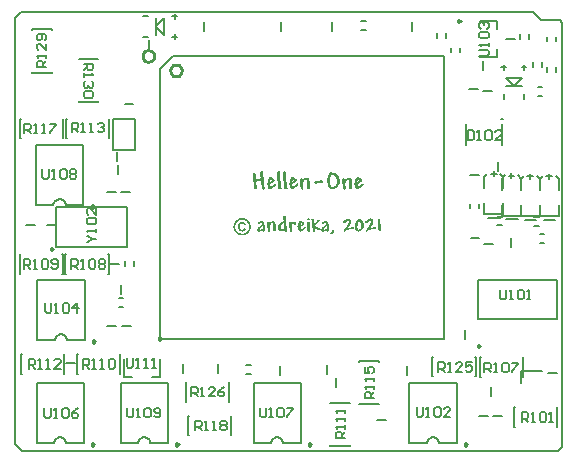
<source format=gto>
G04*
G04 #@! TF.GenerationSoftware,Altium Limited,Altium Designer,20.0.10 (225)*
G04*
G04 Layer_Color=65535*
%FSLAX25Y25*%
%MOIN*%
G70*
G01*
G75*
%ADD10C,0.00984*%
%ADD11C,0.00787*%
%ADD12C,0.01000*%
%ADD13C,0.00591*%
%ADD14C,0.00800*%
%ADD15C,0.00669*%
%ADD16C,0.00650*%
G36*
X82720Y93612D02*
X82768D01*
X82865Y93573D01*
X82922Y93554D01*
X82970Y93516D01*
X82980D01*
X82990Y93497D01*
X83038Y93439D01*
X83086Y93343D01*
X83095Y93285D01*
X83105Y93218D01*
Y93208D01*
Y93160D01*
Y93122D01*
X83114Y93074D01*
Y93016D01*
Y92949D01*
X83124Y92862D01*
Y92776D01*
X83134Y92670D01*
X83143Y92545D01*
X83153Y92411D01*
X83172Y92257D01*
X83182Y92094D01*
X83201Y91911D01*
Y91892D01*
X83210Y91853D01*
Y91786D01*
X83220Y91709D01*
X83230Y91632D01*
Y91555D01*
X83239Y91498D01*
Y91450D01*
X83307Y91459D01*
X83326D01*
X83364Y91450D01*
X83422Y91411D01*
X83451Y91382D01*
X83480Y91344D01*
Y91334D01*
X83489Y91325D01*
X83528Y91267D01*
X83556Y91190D01*
X83566Y91084D01*
Y91075D01*
Y91065D01*
Y91036D01*
X83556Y90998D01*
X83528Y90892D01*
X83480Y90758D01*
Y90748D01*
X83470Y90729D01*
X83432Y90671D01*
X83384Y90604D01*
X83355Y90585D01*
X83326Y90575D01*
X83355Y90075D01*
Y90056D01*
X83364Y90018D01*
Y89979D01*
X83374Y89931D01*
X83384Y89874D01*
X83393Y89806D01*
X83403Y89729D01*
X83412Y89643D01*
X83422Y89547D01*
X83441Y89432D01*
X83460Y89316D01*
X83480Y89172D01*
X83499Y89028D01*
X83518Y88865D01*
Y88855D01*
X83528Y88826D01*
Y88778D01*
X83537Y88721D01*
X83547Y88653D01*
X83556Y88576D01*
X83585Y88403D01*
X83614Y88230D01*
X83633Y88067D01*
X83643Y88000D01*
Y87942D01*
X83653Y87894D01*
Y87865D01*
Y87856D01*
Y87836D01*
X83643Y87808D01*
X83633Y87769D01*
X83605Y87673D01*
X83566Y87625D01*
X83528Y87577D01*
X83518D01*
X83508Y87558D01*
X83480Y87548D01*
X83441Y87529D01*
X83345Y87490D01*
X83278Y87481D01*
X83210Y87471D01*
X83172D01*
X83124Y87481D01*
X83076Y87490D01*
X83009Y87510D01*
X82951Y87538D01*
X82884Y87577D01*
X82826Y87634D01*
X82816Y87644D01*
X82807Y87663D01*
X82788Y87702D01*
X82759Y87750D01*
X82730Y87817D01*
X82711Y87894D01*
X82701Y87981D01*
X82692Y88077D01*
Y88096D01*
Y88115D01*
Y88144D01*
X82682Y88182D01*
Y88240D01*
X82672Y88307D01*
Y88403D01*
X82653Y88499D01*
X82644Y88624D01*
X82634Y88769D01*
X82615Y88932D01*
X82586Y89124D01*
X82567Y89336D01*
X82538Y89576D01*
X82499Y89845D01*
Y89854D01*
Y89864D01*
X82490Y89922D01*
X82480Y89999D01*
X82471Y90095D01*
X82461Y90200D01*
X82451Y90297D01*
X82442Y90383D01*
X82432Y90441D01*
X82423D01*
X82403Y90431D01*
X82355D01*
X82307Y90421D01*
X82230Y90402D01*
X82153Y90393D01*
X82057Y90373D01*
X81952Y90354D01*
X81836Y90325D01*
X81702Y90306D01*
X81423Y90239D01*
X81106Y90172D01*
X80770Y90085D01*
Y90075D01*
Y90047D01*
X80779Y89989D01*
X80789Y89903D01*
X80808Y89797D01*
X80827Y89643D01*
X80847Y89470D01*
X80856Y89364D01*
X80875Y89249D01*
Y89239D01*
Y89220D01*
X80885Y89191D01*
X80895Y89143D01*
X80914Y89038D01*
X80933Y88903D01*
X80962Y88749D01*
X80981Y88605D01*
X81010Y88461D01*
X81039Y88336D01*
X81048Y88327D01*
X81087Y88317D01*
X81116Y88288D01*
X81144Y88259D01*
X81154Y88250D01*
X81164Y88230D01*
X81173Y88182D01*
Y88105D01*
Y88096D01*
Y88086D01*
X81164Y88057D01*
X81144Y88019D01*
X81116Y87981D01*
X81077Y87923D01*
X81029Y87865D01*
X80952Y87798D01*
X80943Y87788D01*
X80914Y87769D01*
X80875Y87740D01*
X80827Y87711D01*
X80712Y87654D01*
X80645Y87634D01*
X80587Y87625D01*
X80568D01*
X80510Y87634D01*
X80424Y87663D01*
X80327Y87721D01*
X80270Y87760D01*
X80222Y87817D01*
X80174Y87875D01*
X80135Y87952D01*
X80097Y88038D01*
X80068Y88144D01*
X80039Y88259D01*
X80030Y88394D01*
Y88403D01*
Y88451D01*
X80020Y88519D01*
X80010Y88615D01*
X80001Y88749D01*
X79991Y88922D01*
X79982Y89018D01*
X79972Y89124D01*
X79962Y89249D01*
X79953Y89374D01*
Y89384D01*
Y89403D01*
X79943Y89432D01*
Y89460D01*
X79934Y89556D01*
X79924Y89672D01*
X79914Y89787D01*
X79905Y89903D01*
X79895Y89999D01*
Y90027D01*
Y90056D01*
X79886D01*
X79847Y90075D01*
X79789Y90114D01*
X79760Y90143D01*
X79732Y90191D01*
Y90200D01*
X79722Y90220D01*
X79693Y90277D01*
X79655Y90354D01*
X79645Y90431D01*
Y90441D01*
Y90450D01*
X79655Y90508D01*
X79674Y90575D01*
X79703Y90652D01*
Y90662D01*
X79712Y90671D01*
X79741Y90710D01*
X79789Y90748D01*
X79857Y90777D01*
Y90787D01*
Y90796D01*
X79847Y90825D01*
Y90873D01*
X79837Y90940D01*
X79818Y91036D01*
X79799Y91142D01*
X79780Y91286D01*
Y91296D01*
X79770Y91325D01*
Y91363D01*
X79760Y91421D01*
X79741Y91498D01*
X79732Y91575D01*
X79703Y91757D01*
X79674Y91949D01*
X79655Y92142D01*
X79636Y92315D01*
X79626Y92392D01*
Y92459D01*
Y92468D01*
Y92497D01*
X79636Y92536D01*
X79645Y92584D01*
X79664Y92632D01*
X79684Y92699D01*
X79722Y92747D01*
X79770Y92805D01*
X79780Y92814D01*
X79799Y92824D01*
X79828Y92843D01*
X79866Y92872D01*
X79982Y92920D01*
X80039Y92930D01*
X80107Y92939D01*
X80145D01*
X80183Y92930D01*
X80231Y92920D01*
X80289Y92901D01*
X80347Y92862D01*
X80414Y92824D01*
X80472Y92766D01*
X80481Y92757D01*
X80501Y92738D01*
X80520Y92699D01*
X80558Y92651D01*
X80587Y92593D01*
X80606Y92516D01*
X80625Y92430D01*
X80635Y92334D01*
Y92324D01*
Y92295D01*
Y92247D01*
Y92180D01*
Y92103D01*
X80645Y92007D01*
Y91901D01*
X80654Y91796D01*
X80664Y91555D01*
X80683Y91315D01*
X80712Y91075D01*
X80750Y90854D01*
X80760D01*
X80798Y90864D01*
X80847Y90873D01*
X80923Y90883D01*
X81000Y90892D01*
X81106Y90912D01*
X81212Y90931D01*
X81327Y90960D01*
X81586Y91008D01*
X81846Y91075D01*
X82105Y91152D01*
X82221Y91190D01*
X82336Y91238D01*
Y91248D01*
Y91277D01*
X82326Y91334D01*
X82317Y91411D01*
X82307Y91517D01*
X82288Y91651D01*
X82259Y91815D01*
X82230Y92017D01*
Y92026D01*
X82221Y92055D01*
Y92094D01*
X82211Y92151D01*
X82201Y92209D01*
X82192Y92286D01*
X82163Y92459D01*
X82134Y92641D01*
X82115Y92824D01*
X82105Y92987D01*
X82096Y93064D01*
Y93122D01*
Y93132D01*
Y93160D01*
X82105Y93189D01*
X82115Y93237D01*
X82134Y93295D01*
X82163Y93353D01*
X82201Y93410D01*
X82259Y93468D01*
X82269Y93477D01*
X82288Y93497D01*
X82326Y93516D01*
X82375Y93545D01*
X82432Y93573D01*
X82499Y93602D01*
X82576Y93612D01*
X82653Y93622D01*
X82682D01*
X82720Y93612D01*
D02*
G37*
G36*
X111944Y91459D02*
X112012Y91450D01*
X112089Y91421D01*
X112165Y91392D01*
X112252Y91344D01*
X112329Y91277D01*
X112338Y91267D01*
X112367Y91238D01*
X112406Y91200D01*
X112444Y91133D01*
X112502Y91056D01*
X112550Y90960D01*
X112598Y90844D01*
X112646Y90719D01*
X112656Y90700D01*
Y90681D01*
X112665Y90642D01*
X112675Y90594D01*
X112684Y90537D01*
X112694Y90469D01*
X112704Y90383D01*
X112713Y90287D01*
X112732Y90172D01*
X112742Y90037D01*
X112752Y89893D01*
X112761Y89720D01*
X112771Y89537D01*
X112780Y89336D01*
X112790Y89105D01*
Y89095D01*
Y89066D01*
Y89028D01*
X112800Y88970D01*
Y88884D01*
X112809Y88788D01*
Y88672D01*
X112819Y88538D01*
Y88519D01*
X112829Y88480D01*
Y88413D01*
X112838Y88336D01*
X112848Y88173D01*
X112857Y88096D01*
Y88038D01*
Y88029D01*
Y88009D01*
X112848Y87971D01*
X112838Y87932D01*
X112819Y87875D01*
X112780Y87827D01*
X112742Y87769D01*
X112684Y87711D01*
X112675Y87702D01*
X112656Y87692D01*
X112617Y87673D01*
X112569Y87644D01*
X112511Y87615D01*
X112454Y87596D01*
X112377Y87586D01*
X112300Y87577D01*
X112262D01*
X112223Y87586D01*
X112175D01*
X112050Y87615D01*
X111935Y87673D01*
X111925Y87683D01*
X111916Y87692D01*
X111867Y87750D01*
X111810Y87827D01*
X111800Y87884D01*
X111791Y87942D01*
Y87952D01*
Y87961D01*
Y88000D01*
Y88048D01*
Y88105D01*
Y88192D01*
X111800Y88298D01*
Y88432D01*
Y88442D01*
Y88451D01*
Y88480D01*
Y88519D01*
X111810Y88605D01*
Y88721D01*
Y88836D01*
X111820Y88951D01*
Y89057D01*
Y89143D01*
Y89153D01*
Y89172D01*
Y89201D01*
Y89259D01*
Y89268D01*
Y89288D01*
X111829Y89345D01*
Y89422D01*
Y89499D01*
Y89518D01*
Y89556D01*
Y89624D01*
X111820Y89701D01*
Y89806D01*
X111810Y89912D01*
X111791Y90162D01*
X111743Y90402D01*
X111723Y90508D01*
X111685Y90614D01*
X111646Y90690D01*
X111608Y90758D01*
X111550Y90796D01*
X111493Y90815D01*
X111464D01*
X111416Y90806D01*
X111368Y90787D01*
X111301Y90758D01*
X111224Y90719D01*
X111137Y90671D01*
X111051Y90594D01*
X111041Y90585D01*
X111012Y90556D01*
X110964Y90508D01*
X110907Y90441D01*
X110849Y90364D01*
X110782Y90258D01*
X110724Y90152D01*
X110666Y90027D01*
X110657Y90008D01*
X110647Y89970D01*
X110628Y89893D01*
X110599Y89806D01*
X110570Y89691D01*
X110551Y89556D01*
X110541Y89412D01*
X110532Y89259D01*
Y89249D01*
Y89230D01*
Y89182D01*
X110541Y89114D01*
X110551Y89018D01*
X110561Y88893D01*
X110580Y88740D01*
X110609Y88547D01*
Y88538D01*
Y88519D01*
X110618Y88490D01*
X110628Y88451D01*
X110637Y88336D01*
X110657Y88211D01*
X110676Y88067D01*
X110686Y87932D01*
X110705Y87817D01*
Y87760D01*
Y87721D01*
Y87711D01*
Y87702D01*
X110686Y87654D01*
X110657Y87586D01*
X110618Y87548D01*
X110580Y87519D01*
X110570D01*
X110561Y87510D01*
X110503Y87481D01*
X110416Y87452D01*
X110311Y87442D01*
X110253D01*
X110186Y87452D01*
X110109Y87471D01*
X110022Y87500D01*
X109945Y87548D01*
X109869Y87606D01*
X109811Y87692D01*
Y87702D01*
X109792Y87740D01*
X109773Y87808D01*
X109753Y87904D01*
X109724Y88038D01*
X109715Y88115D01*
X109705Y88201D01*
X109686Y88298D01*
X109677Y88413D01*
X109657Y88528D01*
X109648Y88663D01*
Y88672D01*
Y88711D01*
X109638Y88769D01*
X109628Y88836D01*
X109619Y88990D01*
X109609Y89057D01*
X109600Y89124D01*
Y89143D01*
X109590Y89182D01*
X109580Y89249D01*
X109571Y89345D01*
X109561Y89451D01*
X109552Y89566D01*
X109523Y89826D01*
X109484Y90095D01*
X109475Y90229D01*
X109465Y90345D01*
X109455Y90460D01*
X109446Y90546D01*
X109436Y90614D01*
Y90662D01*
Y90671D01*
Y90690D01*
Y90710D01*
X109446Y90748D01*
X109465Y90844D01*
X109503Y90950D01*
X109571Y91046D01*
X109667Y91142D01*
X109724Y91181D01*
X109801Y91200D01*
X109878Y91219D01*
X109974Y91229D01*
X110013D01*
X110061Y91219D01*
X110109Y91210D01*
X110234Y91171D01*
X110282Y91142D01*
X110330Y91094D01*
X110340Y91084D01*
X110349Y91065D01*
X110368Y91036D01*
X110397Y90988D01*
X110416Y90931D01*
X110445Y90854D01*
X110465Y90758D01*
X110484Y90652D01*
X110493Y90671D01*
X110532Y90719D01*
X110589Y90787D01*
X110666Y90873D01*
X110753Y90969D01*
X110859Y91075D01*
X110983Y91171D01*
X111108Y91258D01*
X111128Y91267D01*
X111166Y91286D01*
X111243Y91325D01*
X111329Y91363D01*
X111445Y91402D01*
X111570Y91440D01*
X111704Y91459D01*
X111839Y91469D01*
X111887D01*
X111944Y91459D01*
D02*
G37*
G36*
X97827D02*
X97895Y91450D01*
X97971Y91421D01*
X98048Y91392D01*
X98135Y91344D01*
X98212Y91277D01*
X98221Y91267D01*
X98250Y91238D01*
X98289Y91200D01*
X98327Y91133D01*
X98385Y91056D01*
X98433Y90960D01*
X98481Y90844D01*
X98529Y90719D01*
X98539Y90700D01*
Y90681D01*
X98548Y90642D01*
X98558Y90594D01*
X98567Y90537D01*
X98577Y90469D01*
X98586Y90383D01*
X98596Y90287D01*
X98615Y90172D01*
X98625Y90037D01*
X98635Y89893D01*
X98644Y89720D01*
X98654Y89537D01*
X98663Y89336D01*
X98673Y89105D01*
Y89095D01*
Y89066D01*
Y89028D01*
X98683Y88970D01*
Y88884D01*
X98692Y88788D01*
Y88672D01*
X98702Y88538D01*
Y88519D01*
X98712Y88480D01*
Y88413D01*
X98721Y88336D01*
X98731Y88173D01*
X98740Y88096D01*
Y88038D01*
Y88029D01*
Y88009D01*
X98731Y87971D01*
X98721Y87932D01*
X98702Y87875D01*
X98663Y87827D01*
X98625Y87769D01*
X98567Y87711D01*
X98558Y87702D01*
X98539Y87692D01*
X98500Y87673D01*
X98452Y87644D01*
X98394Y87615D01*
X98337Y87596D01*
X98260Y87586D01*
X98183Y87577D01*
X98145D01*
X98106Y87586D01*
X98058D01*
X97933Y87615D01*
X97818Y87673D01*
X97808Y87683D01*
X97799Y87692D01*
X97751Y87750D01*
X97693Y87827D01*
X97683Y87884D01*
X97674Y87942D01*
Y87952D01*
Y87961D01*
Y88000D01*
Y88048D01*
Y88105D01*
Y88192D01*
X97683Y88298D01*
Y88432D01*
Y88442D01*
Y88451D01*
Y88480D01*
Y88519D01*
X97693Y88605D01*
Y88721D01*
Y88836D01*
X97702Y88951D01*
Y89057D01*
Y89143D01*
Y89153D01*
Y89172D01*
Y89201D01*
Y89259D01*
Y89268D01*
Y89288D01*
X97712Y89345D01*
Y89422D01*
Y89499D01*
Y89518D01*
Y89556D01*
Y89624D01*
X97702Y89701D01*
Y89806D01*
X97693Y89912D01*
X97674Y90162D01*
X97625Y90402D01*
X97606Y90508D01*
X97568Y90614D01*
X97529Y90690D01*
X97491Y90758D01*
X97433Y90796D01*
X97376Y90815D01*
X97347D01*
X97299Y90806D01*
X97251Y90787D01*
X97184Y90758D01*
X97107Y90719D01*
X97020Y90671D01*
X96934Y90594D01*
X96924Y90585D01*
X96895Y90556D01*
X96847Y90508D01*
X96789Y90441D01*
X96732Y90364D01*
X96665Y90258D01*
X96607Y90152D01*
X96549Y90027D01*
X96540Y90008D01*
X96530Y89970D01*
X96511Y89893D01*
X96482Y89806D01*
X96453Y89691D01*
X96434Y89556D01*
X96424Y89412D01*
X96415Y89259D01*
Y89249D01*
Y89230D01*
Y89182D01*
X96424Y89114D01*
X96434Y89018D01*
X96443Y88893D01*
X96463Y88740D01*
X96491Y88547D01*
Y88538D01*
Y88519D01*
X96501Y88490D01*
X96511Y88451D01*
X96520Y88336D01*
X96540Y88211D01*
X96559Y88067D01*
X96568Y87932D01*
X96588Y87817D01*
Y87760D01*
Y87721D01*
Y87711D01*
Y87702D01*
X96568Y87654D01*
X96540Y87586D01*
X96501Y87548D01*
X96463Y87519D01*
X96453D01*
X96443Y87510D01*
X96386Y87481D01*
X96299Y87452D01*
X96194Y87442D01*
X96136D01*
X96069Y87452D01*
X95992Y87471D01*
X95905Y87500D01*
X95828Y87548D01*
X95752Y87606D01*
X95694Y87692D01*
Y87702D01*
X95675Y87740D01*
X95656Y87808D01*
X95636Y87904D01*
X95607Y88038D01*
X95598Y88115D01*
X95588Y88201D01*
X95569Y88298D01*
X95559Y88413D01*
X95540Y88528D01*
X95530Y88663D01*
Y88672D01*
Y88711D01*
X95521Y88769D01*
X95511Y88836D01*
X95502Y88990D01*
X95492Y89057D01*
X95482Y89124D01*
Y89143D01*
X95473Y89182D01*
X95463Y89249D01*
X95454Y89345D01*
X95444Y89451D01*
X95434Y89566D01*
X95406Y89826D01*
X95367Y90095D01*
X95358Y90229D01*
X95348Y90345D01*
X95338Y90460D01*
X95329Y90546D01*
X95319Y90614D01*
Y90662D01*
Y90671D01*
Y90690D01*
Y90710D01*
X95329Y90748D01*
X95348Y90844D01*
X95386Y90950D01*
X95454Y91046D01*
X95550Y91142D01*
X95607Y91181D01*
X95684Y91200D01*
X95761Y91219D01*
X95857Y91229D01*
X95896D01*
X95944Y91219D01*
X95992Y91210D01*
X96117Y91171D01*
X96165Y91142D01*
X96213Y91094D01*
X96223Y91084D01*
X96232Y91065D01*
X96251Y91036D01*
X96280Y90988D01*
X96299Y90931D01*
X96328Y90854D01*
X96347Y90758D01*
X96367Y90652D01*
X96376Y90671D01*
X96415Y90719D01*
X96472Y90787D01*
X96549Y90873D01*
X96636Y90969D01*
X96741Y91075D01*
X96866Y91171D01*
X96991Y91258D01*
X97010Y91267D01*
X97049Y91286D01*
X97126Y91325D01*
X97212Y91363D01*
X97328Y91402D01*
X97452Y91440D01*
X97587Y91459D01*
X97722Y91469D01*
X97770D01*
X97827Y91459D01*
D02*
G37*
G36*
X102709Y90556D02*
X102757Y90546D01*
X102853Y90517D01*
X102901Y90479D01*
X102950Y90441D01*
X102959Y90431D01*
X102969Y90421D01*
X103017Y90364D01*
X103055Y90268D01*
X103065Y90220D01*
X103074Y90162D01*
Y90152D01*
Y90133D01*
X103065Y90104D01*
Y90066D01*
X103026Y89960D01*
X103007Y89912D01*
X102969Y89854D01*
Y89845D01*
X102950Y89835D01*
X102901Y89787D01*
X102815Y89739D01*
X102767Y89729D01*
X102709Y89720D01*
X102603D01*
X102546Y89710D01*
X102479D01*
X102392Y89701D01*
X102306D01*
X102200Y89682D01*
X102094Y89672D01*
X101844Y89643D01*
X101566Y89595D01*
X101268Y89528D01*
X101258D01*
X101239Y89518D01*
X101210D01*
X101172Y89508D01*
X101066Y89489D01*
X100951Y89460D01*
X100826Y89432D01*
X100710Y89412D01*
X100614Y89403D01*
X100585Y89393D01*
X100537D01*
X100508Y89403D01*
X100480Y89412D01*
X100393Y89451D01*
X100345Y89480D01*
X100307Y89518D01*
Y89528D01*
X100287Y89537D01*
X100278Y89566D01*
X100259Y89605D01*
X100230Y89701D01*
X100211Y89806D01*
Y89816D01*
Y89835D01*
X100220Y89864D01*
X100230Y89903D01*
X100259Y90008D01*
X100287Y90066D01*
X100326Y90123D01*
X100336Y90133D01*
X100345Y90152D01*
X100403Y90210D01*
X100489Y90258D01*
X100547Y90277D01*
X100605Y90287D01*
X100662D01*
X100720Y90297D01*
X100797Y90306D01*
X100912Y90316D01*
X101047Y90335D01*
X101133Y90354D01*
X101229Y90364D01*
X101239D01*
X101277Y90373D01*
X101335Y90383D01*
X101402Y90393D01*
X101537Y90412D01*
X101594D01*
X101643Y90421D01*
X101662D01*
X101700Y90431D01*
X101739D01*
X101796Y90441D01*
X101873Y90450D01*
X101960Y90460D01*
X102065Y90479D01*
X102085D01*
X102142Y90489D01*
X102219Y90508D01*
X102306Y90527D01*
X102402Y90537D01*
X102498Y90556D01*
X102584Y90566D01*
X102671D01*
X102709Y90556D01*
D02*
G37*
G36*
X105890Y93276D02*
X105929Y93266D01*
X105967Y93247D01*
X106015Y93228D01*
X106073Y93189D01*
X106121Y93141D01*
X106130Y93132D01*
X106140Y93112D01*
X106169Y93083D01*
X106198Y93055D01*
X106246Y92958D01*
X106255Y92910D01*
X106265Y92853D01*
Y92843D01*
Y92805D01*
Y92747D01*
X106255Y92680D01*
X106236Y92516D01*
X106217Y92440D01*
X106188Y92363D01*
Y92353D01*
X106178Y92334D01*
X106140Y92276D01*
X106082Y92209D01*
X106053Y92190D01*
X106025Y92180D01*
X106005D01*
X105967Y92190D01*
X105909Y92209D01*
X105871Y92247D01*
X105861Y92257D01*
X105842Y92286D01*
X105813Y92315D01*
X105775Y92324D01*
X105756Y92315D01*
X105736Y92295D01*
X105708Y92257D01*
X105679Y92190D01*
X105659Y92151D01*
X105650Y92094D01*
X105631Y92026D01*
X105611Y91959D01*
X105592Y91873D01*
X105573Y91776D01*
Y91767D01*
Y91748D01*
X105563Y91719D01*
X105554Y91680D01*
Y91623D01*
X105544Y91565D01*
X105535Y91488D01*
X105525Y91402D01*
X105506Y91200D01*
X105496Y90969D01*
X105477Y90710D01*
Y90412D01*
Y90402D01*
Y90364D01*
Y90316D01*
Y90249D01*
X105487Y90162D01*
Y90066D01*
X105496Y89960D01*
X105506Y89845D01*
X105525Y89595D01*
X105563Y89345D01*
X105611Y89095D01*
X105640Y88980D01*
X105679Y88874D01*
Y88865D01*
X105688Y88855D01*
X105717Y88788D01*
X105765Y88701D01*
X105823Y88605D01*
X105900Y88509D01*
X105996Y88423D01*
X106102Y88355D01*
X106159Y88346D01*
X106227Y88336D01*
X106284D01*
X106332Y88346D01*
X106390Y88355D01*
X106457Y88365D01*
X106601Y88413D01*
X106774Y88480D01*
X106870Y88528D01*
X106966Y88576D01*
X107062Y88644D01*
X107159Y88721D01*
X107245Y88807D01*
X107341Y88913D01*
X107351Y88922D01*
X107360Y88942D01*
X107389Y88970D01*
X107418Y89018D01*
X107457Y89076D01*
X107495Y89143D01*
X107543Y89220D01*
X107591Y89307D01*
X107678Y89508D01*
X107755Y89739D01*
X107812Y89999D01*
X107822Y90133D01*
X107831Y90277D01*
Y90287D01*
Y90306D01*
Y90345D01*
X107822Y90393D01*
Y90450D01*
X107812Y90517D01*
X107783Y90681D01*
X107735Y90873D01*
X107658Y91075D01*
X107562Y91296D01*
X107428Y91507D01*
Y91517D01*
X107408Y91536D01*
X107389Y91565D01*
X107360Y91603D01*
X107274Y91700D01*
X107159Y91825D01*
X107024Y91949D01*
X106861Y92084D01*
X106678Y92209D01*
X106486Y92305D01*
X106476Y92315D01*
X106457Y92324D01*
X106419Y92353D01*
X106380Y92401D01*
X106342Y92468D01*
X106303Y92555D01*
X106284Y92661D01*
X106274Y92805D01*
Y92814D01*
Y92834D01*
X106284Y92891D01*
X106303Y92958D01*
X106351Y93035D01*
X106371Y93045D01*
X106409Y93083D01*
X106476Y93112D01*
X106572Y93122D01*
X106621D01*
X106659Y93112D01*
X106765Y93103D01*
X106890Y93074D01*
X107043Y93016D01*
X107216Y92939D01*
X107399Y92843D01*
X107485Y92776D01*
X107581Y92699D01*
X107591D01*
X107601Y92680D01*
X107630Y92661D01*
X107668Y92622D01*
X107755Y92536D01*
X107870Y92411D01*
X107995Y92247D01*
X108129Y92065D01*
X108264Y91844D01*
X108389Y91603D01*
Y91594D01*
X108398Y91575D01*
X108418Y91536D01*
X108437Y91488D01*
X108466Y91430D01*
X108485Y91354D01*
X108514Y91277D01*
X108552Y91181D01*
X108610Y90979D01*
X108658Y90748D01*
X108696Y90498D01*
X108706Y90249D01*
Y90239D01*
Y90220D01*
Y90191D01*
X108696Y90152D01*
Y90095D01*
X108687Y90027D01*
X108658Y89874D01*
X108610Y89691D01*
X108543Y89480D01*
X108446Y89249D01*
X108312Y89009D01*
Y88999D01*
X108293Y88980D01*
X108273Y88942D01*
X108245Y88903D01*
X108206Y88845D01*
X108158Y88778D01*
X108043Y88634D01*
X107908Y88471D01*
X107745Y88298D01*
X107553Y88125D01*
X107341Y87971D01*
X107332D01*
X107312Y87952D01*
X107284Y87932D01*
X107236Y87913D01*
X107187Y87884D01*
X107120Y87846D01*
X106966Y87779D01*
X106784Y87711D01*
X106582Y87644D01*
X106351Y87606D01*
X106121Y87586D01*
X106082D01*
X106044Y87596D01*
X105986D01*
X105919Y87606D01*
X105842Y87625D01*
X105669Y87673D01*
X105573Y87711D01*
X105477Y87760D01*
X105371Y87808D01*
X105275Y87875D01*
X105179Y87961D01*
X105083Y88048D01*
X104996Y88153D01*
X104920Y88278D01*
Y88288D01*
X104900Y88317D01*
X104881Y88355D01*
X104862Y88413D01*
X104833Y88490D01*
X104795Y88586D01*
X104756Y88701D01*
X104727Y88836D01*
X104689Y88990D01*
X104650Y89153D01*
X104622Y89345D01*
X104583Y89556D01*
X104564Y89787D01*
X104545Y90047D01*
X104525Y90316D01*
Y90614D01*
Y90623D01*
Y90642D01*
Y90681D01*
Y90729D01*
X104535Y90796D01*
Y90864D01*
X104545Y91036D01*
X104564Y91238D01*
X104602Y91459D01*
X104641Y91680D01*
X104699Y91911D01*
Y91921D01*
X104708Y91940D01*
X104718Y91969D01*
X104737Y92017D01*
X104775Y92122D01*
X104833Y92267D01*
X104900Y92420D01*
X104987Y92584D01*
X105093Y92747D01*
X105208Y92901D01*
X105227Y92920D01*
X105265Y92958D01*
X105323Y93026D01*
X105410Y93093D01*
X105506Y93160D01*
X105611Y93228D01*
X105717Y93266D01*
X105833Y93285D01*
X105861D01*
X105890Y93276D01*
D02*
G37*
G36*
X114568Y91584D02*
X114664Y91575D01*
X114779Y91555D01*
X114914Y91536D01*
X115049Y91498D01*
X115183Y91450D01*
X115202Y91440D01*
X115241Y91421D01*
X115308Y91392D01*
X115394Y91344D01*
X115490Y91296D01*
X115596Y91229D01*
X115702Y91152D01*
X115798Y91065D01*
X115808Y91056D01*
X115837Y91027D01*
X115884Y90979D01*
X115933Y90921D01*
X115971Y90854D01*
X116019Y90787D01*
X116048Y90710D01*
X116058Y90633D01*
Y90623D01*
Y90594D01*
Y90556D01*
X116048Y90508D01*
X116038Y90393D01*
X116029Y90345D01*
X116009Y90297D01*
X116000Y90277D01*
X115971Y90229D01*
X115923Y90172D01*
X115856Y90095D01*
X115846D01*
X115827Y90075D01*
X115798Y90047D01*
X115731Y90018D01*
X115654Y89960D01*
X115539Y89893D01*
X115385Y89806D01*
X115298Y89758D01*
X115202Y89701D01*
X115193D01*
X115183Y89691D01*
X115154Y89672D01*
X115116Y89653D01*
X115029Y89605D01*
X114924Y89547D01*
X114818Y89480D01*
X114712Y89422D01*
X114635Y89374D01*
X114606Y89355D01*
X114587Y89345D01*
Y89134D01*
Y89124D01*
Y89086D01*
X114597Y89028D01*
Y88961D01*
X114606Y88874D01*
X114626Y88788D01*
X114674Y88615D01*
Y88605D01*
X114693Y88576D01*
X114702Y88547D01*
X114731Y88509D01*
X114760Y88461D01*
X114789Y88432D01*
X114827Y88403D01*
X114866Y88394D01*
X114875D01*
X114904Y88403D01*
X114952Y88423D01*
X115020Y88461D01*
X115116Y88519D01*
X115231Y88605D01*
X115298Y88663D01*
X115375Y88740D01*
X115452Y88817D01*
X115539Y88903D01*
X115558Y88922D01*
X115606Y88970D01*
X115673Y89038D01*
X115750Y89114D01*
X115837Y89201D01*
X115923Y89288D01*
X116000Y89355D01*
X116058Y89403D01*
X116067D01*
X116077Y89422D01*
X116134Y89451D01*
X116211Y89480D01*
X116298Y89499D01*
X116346D01*
X116394Y89489D01*
X116461Y89470D01*
X116519Y89432D01*
X116567Y89384D01*
X116605Y89316D01*
X116615Y89230D01*
Y89220D01*
X116605Y89172D01*
X116567Y89105D01*
X116538Y89057D01*
X116500Y88999D01*
X116452Y88932D01*
X116384Y88865D01*
X116317Y88778D01*
X116221Y88692D01*
X116115Y88595D01*
X115990Y88480D01*
X115846Y88365D01*
X115683Y88240D01*
X115673D01*
X115654Y88221D01*
X115615Y88192D01*
X115558Y88144D01*
X115548Y88134D01*
X115519Y88115D01*
X115481Y88086D01*
X115433Y88048D01*
X115366Y88000D01*
X115298Y87942D01*
X115145Y87836D01*
X114972Y87721D01*
X114818Y87615D01*
X114741Y87577D01*
X114683Y87548D01*
X114626Y87529D01*
X114587Y87519D01*
X114568D01*
X114530Y87529D01*
X114453Y87538D01*
X114366Y87577D01*
X114270Y87625D01*
X114164Y87702D01*
X114059Y87817D01*
X114011Y87884D01*
X113962Y87961D01*
Y87971D01*
X113953Y87981D01*
X113924Y88038D01*
X113886Y88134D01*
X113847Y88250D01*
X113799Y88394D01*
X113761Y88567D01*
X113732Y88749D01*
X113722Y88951D01*
Y89105D01*
X113713D01*
X113674Y89095D01*
X113617Y89086D01*
X113540Y89076D01*
X113530D01*
X113501Y89086D01*
X113463Y89114D01*
X113424Y89162D01*
X113415Y89182D01*
X113405Y89220D01*
X113386Y89268D01*
X113376Y89326D01*
Y89336D01*
Y89355D01*
Y89384D01*
X113386Y89422D01*
X113405Y89508D01*
X113434Y89576D01*
X113444Y89585D01*
X113463Y89605D01*
X113492Y89624D01*
X113530Y89653D01*
X113568Y89682D01*
X113636Y89710D01*
X113703Y89739D01*
Y89749D01*
Y89758D01*
Y89816D01*
X113713Y89912D01*
Y90027D01*
X113732Y90162D01*
X113751Y90306D01*
X113770Y90460D01*
X113809Y90614D01*
Y90623D01*
X113818Y90633D01*
X113828Y90681D01*
X113857Y90758D01*
X113886Y90854D01*
X113924Y90969D01*
X113972Y91084D01*
X114030Y91200D01*
X114097Y91306D01*
X114107Y91315D01*
X114126Y91354D01*
X114164Y91402D01*
X114203Y91450D01*
X114260Y91507D01*
X114309Y91546D01*
X114366Y91584D01*
X114424Y91594D01*
X114491D01*
X114568Y91584D01*
D02*
G37*
G36*
X92840D02*
X92936Y91575D01*
X93051Y91555D01*
X93186Y91536D01*
X93320Y91498D01*
X93455Y91450D01*
X93474Y91440D01*
X93512Y91421D01*
X93580Y91392D01*
X93666Y91344D01*
X93762Y91296D01*
X93868Y91229D01*
X93974Y91152D01*
X94070Y91065D01*
X94079Y91056D01*
X94108Y91027D01*
X94156Y90979D01*
X94204Y90921D01*
X94243Y90854D01*
X94291Y90787D01*
X94320Y90710D01*
X94329Y90633D01*
Y90623D01*
Y90594D01*
Y90556D01*
X94320Y90508D01*
X94310Y90393D01*
X94301Y90345D01*
X94281Y90297D01*
X94272Y90277D01*
X94243Y90229D01*
X94195Y90172D01*
X94128Y90095D01*
X94118D01*
X94099Y90075D01*
X94070Y90047D01*
X94002Y90018D01*
X93926Y89960D01*
X93810Y89893D01*
X93657Y89806D01*
X93570Y89758D01*
X93474Y89701D01*
X93464D01*
X93455Y89691D01*
X93426Y89672D01*
X93388Y89653D01*
X93301Y89605D01*
X93195Y89547D01*
X93090Y89480D01*
X92984Y89422D01*
X92907Y89374D01*
X92878Y89355D01*
X92859Y89345D01*
Y89134D01*
Y89124D01*
Y89086D01*
X92869Y89028D01*
Y88961D01*
X92878Y88874D01*
X92897Y88788D01*
X92945Y88615D01*
Y88605D01*
X92965Y88576D01*
X92974Y88547D01*
X93003Y88509D01*
X93032Y88461D01*
X93061Y88432D01*
X93099Y88403D01*
X93138Y88394D01*
X93147D01*
X93176Y88403D01*
X93224Y88423D01*
X93291Y88461D01*
X93388Y88519D01*
X93503Y88605D01*
X93570Y88663D01*
X93647Y88740D01*
X93724Y88817D01*
X93810Y88903D01*
X93830Y88922D01*
X93878Y88970D01*
X93945Y89038D01*
X94022Y89114D01*
X94108Y89201D01*
X94195Y89288D01*
X94272Y89355D01*
X94329Y89403D01*
X94339D01*
X94349Y89422D01*
X94406Y89451D01*
X94483Y89480D01*
X94569Y89499D01*
X94618D01*
X94666Y89489D01*
X94733Y89470D01*
X94791Y89432D01*
X94839Y89384D01*
X94877Y89316D01*
X94887Y89230D01*
Y89220D01*
X94877Y89172D01*
X94839Y89105D01*
X94810Y89057D01*
X94771Y88999D01*
X94723Y88932D01*
X94656Y88865D01*
X94589Y88778D01*
X94493Y88692D01*
X94387Y88595D01*
X94262Y88480D01*
X94118Y88365D01*
X93954Y88240D01*
X93945D01*
X93926Y88221D01*
X93887Y88192D01*
X93830Y88144D01*
X93820Y88134D01*
X93791Y88115D01*
X93753Y88086D01*
X93705Y88048D01*
X93637Y88000D01*
X93570Y87942D01*
X93416Y87836D01*
X93243Y87721D01*
X93090Y87615D01*
X93013Y87577D01*
X92955Y87548D01*
X92897Y87529D01*
X92859Y87519D01*
X92840D01*
X92801Y87529D01*
X92724Y87538D01*
X92638Y87577D01*
X92542Y87625D01*
X92436Y87702D01*
X92330Y87817D01*
X92282Y87884D01*
X92234Y87961D01*
Y87971D01*
X92225Y87981D01*
X92196Y88038D01*
X92157Y88134D01*
X92119Y88250D01*
X92071Y88394D01*
X92032Y88567D01*
X92004Y88749D01*
X91994Y88951D01*
Y89105D01*
X91984D01*
X91946Y89095D01*
X91888Y89086D01*
X91812Y89076D01*
X91802D01*
X91773Y89086D01*
X91735Y89114D01*
X91696Y89162D01*
X91686Y89182D01*
X91677Y89220D01*
X91658Y89268D01*
X91648Y89326D01*
Y89336D01*
Y89355D01*
Y89384D01*
X91658Y89422D01*
X91677Y89508D01*
X91706Y89576D01*
X91715Y89585D01*
X91735Y89605D01*
X91763Y89624D01*
X91802Y89653D01*
X91840Y89682D01*
X91908Y89710D01*
X91975Y89739D01*
Y89749D01*
Y89758D01*
Y89816D01*
X91984Y89912D01*
Y90027D01*
X92004Y90162D01*
X92023Y90306D01*
X92042Y90460D01*
X92081Y90614D01*
Y90623D01*
X92090Y90633D01*
X92100Y90681D01*
X92129Y90758D01*
X92157Y90854D01*
X92196Y90969D01*
X92244Y91084D01*
X92302Y91200D01*
X92369Y91306D01*
X92378Y91315D01*
X92398Y91354D01*
X92436Y91402D01*
X92475Y91450D01*
X92532Y91507D01*
X92580Y91546D01*
X92638Y91584D01*
X92696Y91594D01*
X92763D01*
X92840Y91584D01*
D02*
G37*
G36*
X85450D02*
X85546Y91575D01*
X85661Y91555D01*
X85796Y91536D01*
X85930Y91498D01*
X86065Y91450D01*
X86084Y91440D01*
X86122Y91421D01*
X86190Y91392D01*
X86276Y91344D01*
X86372Y91296D01*
X86478Y91229D01*
X86584Y91152D01*
X86680Y91065D01*
X86689Y91056D01*
X86718Y91027D01*
X86766Y90979D01*
X86814Y90921D01*
X86853Y90854D01*
X86901Y90787D01*
X86930Y90710D01*
X86939Y90633D01*
Y90623D01*
Y90594D01*
Y90556D01*
X86930Y90508D01*
X86920Y90393D01*
X86910Y90345D01*
X86891Y90297D01*
X86882Y90277D01*
X86853Y90229D01*
X86805Y90172D01*
X86737Y90095D01*
X86728D01*
X86709Y90075D01*
X86680Y90047D01*
X86612Y90018D01*
X86536Y89960D01*
X86420Y89893D01*
X86266Y89806D01*
X86180Y89758D01*
X86084Y89701D01*
X86074D01*
X86065Y89691D01*
X86036Y89672D01*
X85997Y89653D01*
X85911Y89605D01*
X85805Y89547D01*
X85699Y89480D01*
X85594Y89422D01*
X85517Y89374D01*
X85488Y89355D01*
X85469Y89345D01*
Y89134D01*
Y89124D01*
Y89086D01*
X85479Y89028D01*
Y88961D01*
X85488Y88874D01*
X85507Y88788D01*
X85555Y88615D01*
Y88605D01*
X85575Y88576D01*
X85584Y88547D01*
X85613Y88509D01*
X85642Y88461D01*
X85671Y88432D01*
X85709Y88403D01*
X85748Y88394D01*
X85757D01*
X85786Y88403D01*
X85834Y88423D01*
X85901Y88461D01*
X85997Y88519D01*
X86113Y88605D01*
X86180Y88663D01*
X86257Y88740D01*
X86334Y88817D01*
X86420Y88903D01*
X86440Y88922D01*
X86488Y88970D01*
X86555Y89038D01*
X86632Y89114D01*
X86718Y89201D01*
X86805Y89288D01*
X86882Y89355D01*
X86939Y89403D01*
X86949D01*
X86958Y89422D01*
X87016Y89451D01*
X87093Y89480D01*
X87179Y89499D01*
X87227D01*
X87275Y89489D01*
X87343Y89470D01*
X87401Y89432D01*
X87449Y89384D01*
X87487Y89316D01*
X87497Y89230D01*
Y89220D01*
X87487Y89172D01*
X87449Y89105D01*
X87420Y89057D01*
X87381Y88999D01*
X87333Y88932D01*
X87266Y88865D01*
X87199Y88778D01*
X87103Y88692D01*
X86997Y88595D01*
X86872Y88480D01*
X86728Y88365D01*
X86564Y88240D01*
X86555D01*
X86536Y88221D01*
X86497Y88192D01*
X86440Y88144D01*
X86430Y88134D01*
X86401Y88115D01*
X86363Y88086D01*
X86314Y88048D01*
X86247Y88000D01*
X86180Y87942D01*
X86026Y87836D01*
X85853Y87721D01*
X85699Y87615D01*
X85623Y87577D01*
X85565Y87548D01*
X85507Y87529D01*
X85469Y87519D01*
X85450D01*
X85411Y87529D01*
X85334Y87538D01*
X85248Y87577D01*
X85152Y87625D01*
X85046Y87702D01*
X84940Y87817D01*
X84892Y87884D01*
X84844Y87961D01*
Y87971D01*
X84835Y87981D01*
X84806Y88038D01*
X84767Y88134D01*
X84729Y88250D01*
X84681Y88394D01*
X84642Y88567D01*
X84614Y88749D01*
X84604Y88951D01*
Y89105D01*
X84594D01*
X84556Y89095D01*
X84498Y89086D01*
X84421Y89076D01*
X84412D01*
X84383Y89086D01*
X84345Y89114D01*
X84306Y89162D01*
X84297Y89182D01*
X84287Y89220D01*
X84268Y89268D01*
X84258Y89326D01*
Y89336D01*
Y89355D01*
Y89384D01*
X84268Y89422D01*
X84287Y89508D01*
X84316Y89576D01*
X84325Y89585D01*
X84345Y89605D01*
X84373Y89624D01*
X84412Y89653D01*
X84450Y89682D01*
X84518Y89710D01*
X84585Y89739D01*
Y89749D01*
Y89758D01*
Y89816D01*
X84594Y89912D01*
Y90027D01*
X84614Y90162D01*
X84633Y90306D01*
X84652Y90460D01*
X84690Y90614D01*
Y90623D01*
X84700Y90633D01*
X84710Y90681D01*
X84738Y90758D01*
X84767Y90854D01*
X84806Y90969D01*
X84854Y91084D01*
X84912Y91200D01*
X84979Y91306D01*
X84988Y91315D01*
X85008Y91354D01*
X85046Y91402D01*
X85084Y91450D01*
X85142Y91507D01*
X85190Y91546D01*
X85248Y91584D01*
X85306Y91594D01*
X85373D01*
X85450Y91584D01*
D02*
G37*
G36*
X90293Y93602D02*
X90408Y93573D01*
X90524Y93525D01*
X90533D01*
X90553Y93506D01*
X90601Y93458D01*
X90658Y93381D01*
X90668Y93324D01*
X90677Y93266D01*
Y93247D01*
Y93228D01*
Y93189D01*
Y93151D01*
X90668Y93083D01*
Y93016D01*
X90658Y92930D01*
Y92920D01*
Y92910D01*
Y92853D01*
X90649Y92766D01*
Y92661D01*
X90639Y92536D01*
Y92411D01*
X90629Y92295D01*
Y92180D01*
Y92171D01*
Y92122D01*
X90639Y92094D01*
Y92045D01*
Y91988D01*
X90649Y91921D01*
X90658Y91844D01*
X90668Y91748D01*
X90687Y91632D01*
X90697Y91507D01*
X90716Y91373D01*
X90735Y91210D01*
X90764Y91036D01*
X90793Y90835D01*
Y90825D01*
X90802Y90796D01*
Y90748D01*
X90812Y90690D01*
X90822Y90623D01*
X90841Y90546D01*
X90860Y90364D01*
X90889Y90181D01*
X90918Y89999D01*
X90927Y89912D01*
X90937Y89845D01*
X90947Y89778D01*
Y89729D01*
Y89710D01*
X90956Y89662D01*
X90966Y89566D01*
Y89508D01*
X90975Y89441D01*
X90985Y89364D01*
X91004Y89268D01*
X91014Y89172D01*
X91033Y89066D01*
X91062Y88951D01*
X91081Y88817D01*
X91110Y88682D01*
X91139Y88528D01*
Y88519D01*
X91148Y88509D01*
X91158Y88451D01*
X91177Y88365D01*
X91196Y88259D01*
X91216Y88153D01*
X91235Y88048D01*
X91254Y87961D01*
Y87894D01*
Y87884D01*
Y87865D01*
X91245Y87827D01*
X91235Y87788D01*
X91196Y87692D01*
X91168Y87644D01*
X91120Y87606D01*
X91110D01*
X91100Y87586D01*
X91071Y87577D01*
X91033Y87558D01*
X90985Y87538D01*
X90927Y87519D01*
X90860Y87510D01*
X90783Y87500D01*
X90697D01*
X90629Y87510D01*
X90495Y87529D01*
X90360Y87577D01*
X90351D01*
X90332Y87596D01*
X90274Y87644D01*
X90216Y87711D01*
X90197Y87760D01*
X90187Y87817D01*
Y87827D01*
Y87836D01*
X90178Y87875D01*
Y87923D01*
X90168Y88000D01*
X90159Y88086D01*
X90139Y88211D01*
X90120Y88355D01*
Y88365D01*
Y88394D01*
X90110Y88442D01*
X90101Y88499D01*
X90091Y88576D01*
X90082Y88663D01*
X90062Y88865D01*
X90034Y89086D01*
X90014Y89316D01*
X89995Y89537D01*
X89986Y89633D01*
X89976Y89729D01*
Y89749D01*
X89966Y89797D01*
X89957Y89874D01*
Y89931D01*
X89947Y89999D01*
X89938Y90066D01*
X89928Y90152D01*
X89909Y90249D01*
X89899Y90354D01*
X89880Y90479D01*
X89861Y90604D01*
X89841Y90748D01*
X89813Y90902D01*
Y90921D01*
X89803Y90960D01*
X89793Y91027D01*
X89774Y91123D01*
X89764Y91238D01*
X89745Y91363D01*
X89726Y91498D01*
X89707Y91651D01*
X89659Y91969D01*
X89630Y92276D01*
X89611Y92430D01*
X89601Y92574D01*
X89592Y92699D01*
Y92814D01*
Y92824D01*
Y92853D01*
Y92891D01*
X89601Y92939D01*
X89620Y93064D01*
X89668Y93218D01*
X89736Y93362D01*
X89784Y93429D01*
X89841Y93487D01*
X89909Y93535D01*
X89986Y93573D01*
X90072Y93602D01*
X90178Y93612D01*
X90245D01*
X90293Y93602D01*
D02*
G37*
G36*
X88323D02*
X88438Y93573D01*
X88554Y93525D01*
X88563D01*
X88582Y93506D01*
X88631Y93458D01*
X88688Y93381D01*
X88698Y93324D01*
X88707Y93266D01*
Y93247D01*
Y93228D01*
Y93189D01*
Y93151D01*
X88698Y93083D01*
Y93016D01*
X88688Y92930D01*
Y92920D01*
Y92910D01*
Y92853D01*
X88679Y92766D01*
Y92661D01*
X88669Y92536D01*
Y92411D01*
X88659Y92295D01*
Y92180D01*
Y92171D01*
Y92122D01*
X88669Y92094D01*
Y92045D01*
Y91988D01*
X88679Y91921D01*
X88688Y91844D01*
X88698Y91748D01*
X88717Y91632D01*
X88727Y91507D01*
X88746Y91373D01*
X88765Y91210D01*
X88794Y91036D01*
X88823Y90835D01*
Y90825D01*
X88832Y90796D01*
Y90748D01*
X88842Y90690D01*
X88852Y90623D01*
X88871Y90546D01*
X88890Y90364D01*
X88919Y90181D01*
X88948Y89999D01*
X88957Y89912D01*
X88967Y89845D01*
X88977Y89778D01*
Y89729D01*
Y89710D01*
X88986Y89662D01*
X88996Y89566D01*
Y89508D01*
X89005Y89441D01*
X89015Y89364D01*
X89034Y89268D01*
X89044Y89172D01*
X89063Y89066D01*
X89092Y88951D01*
X89111Y88817D01*
X89140Y88682D01*
X89169Y88528D01*
Y88519D01*
X89178Y88509D01*
X89188Y88451D01*
X89207Y88365D01*
X89226Y88259D01*
X89246Y88153D01*
X89265Y88048D01*
X89284Y87961D01*
Y87894D01*
Y87884D01*
Y87865D01*
X89274Y87827D01*
X89265Y87788D01*
X89226Y87692D01*
X89198Y87644D01*
X89149Y87606D01*
X89140D01*
X89130Y87586D01*
X89101Y87577D01*
X89063Y87558D01*
X89015Y87538D01*
X88957Y87519D01*
X88890Y87510D01*
X88813Y87500D01*
X88727D01*
X88659Y87510D01*
X88525Y87529D01*
X88390Y87577D01*
X88381D01*
X88362Y87596D01*
X88304Y87644D01*
X88246Y87711D01*
X88227Y87760D01*
X88217Y87817D01*
Y87827D01*
Y87836D01*
X88208Y87875D01*
Y87923D01*
X88198Y88000D01*
X88188Y88086D01*
X88169Y88211D01*
X88150Y88355D01*
Y88365D01*
Y88394D01*
X88140Y88442D01*
X88131Y88499D01*
X88121Y88576D01*
X88112Y88663D01*
X88092Y88865D01*
X88064Y89086D01*
X88044Y89316D01*
X88025Y89537D01*
X88016Y89633D01*
X88006Y89729D01*
Y89749D01*
X87996Y89797D01*
X87987Y89874D01*
Y89931D01*
X87977Y89999D01*
X87967Y90066D01*
X87958Y90152D01*
X87939Y90249D01*
X87929Y90354D01*
X87910Y90479D01*
X87891Y90604D01*
X87871Y90748D01*
X87843Y90902D01*
Y90921D01*
X87833Y90960D01*
X87823Y91027D01*
X87804Y91123D01*
X87795Y91238D01*
X87775Y91363D01*
X87756Y91498D01*
X87737Y91651D01*
X87689Y91969D01*
X87660Y92276D01*
X87641Y92430D01*
X87631Y92574D01*
X87621Y92699D01*
Y92814D01*
Y92824D01*
Y92853D01*
Y92891D01*
X87631Y92939D01*
X87650Y93064D01*
X87698Y93218D01*
X87766Y93362D01*
X87814Y93429D01*
X87871Y93487D01*
X87939Y93535D01*
X88016Y93573D01*
X88102Y93602D01*
X88208Y93612D01*
X88275D01*
X88323Y93602D01*
D02*
G37*
G36*
X76253Y77987D02*
X76321D01*
X76397Y77979D01*
X76490Y77962D01*
X76583Y77945D01*
X76803Y77903D01*
X77039Y77835D01*
X77301Y77742D01*
X77428Y77683D01*
X77555Y77615D01*
X77563D01*
X77588Y77599D01*
X77622Y77573D01*
X77665Y77548D01*
X77724Y77505D01*
X77791Y77463D01*
X77943Y77345D01*
X78121Y77193D01*
X78298Y77007D01*
X78467Y76796D01*
X78628Y76551D01*
X78636Y76542D01*
X78645Y76517D01*
X78662Y76483D01*
X78687Y76432D01*
X78721Y76365D01*
X78755Y76289D01*
X78789Y76204D01*
X78831Y76111D01*
X78865Y76001D01*
X78898Y75892D01*
X78966Y75647D01*
X79008Y75376D01*
X79025Y75241D01*
Y75097D01*
Y75089D01*
Y75064D01*
Y75021D01*
X79017Y74971D01*
Y74903D01*
X79008Y74827D01*
X78991Y74734D01*
X78974Y74633D01*
X78932Y74413D01*
X78865Y74168D01*
X78763Y73914D01*
X78704Y73779D01*
X78636Y73652D01*
Y73644D01*
X78619Y73619D01*
X78594Y73585D01*
X78569Y73542D01*
X78527Y73483D01*
X78476Y73416D01*
X78357Y73264D01*
X78205Y73095D01*
X78019Y72917D01*
X77808Y72740D01*
X77563Y72588D01*
X77555D01*
X77529Y72571D01*
X77496Y72554D01*
X77445Y72528D01*
X77386Y72503D01*
X77310Y72469D01*
X77225Y72435D01*
X77124Y72402D01*
X77022Y72360D01*
X76912Y72326D01*
X76667Y72267D01*
X76406Y72224D01*
X76270Y72216D01*
X76127Y72207D01*
X76051D01*
X76000Y72216D01*
X75932D01*
X75848Y72224D01*
X75763Y72241D01*
X75662Y72258D01*
X75434Y72300D01*
X75197Y72368D01*
X74935Y72461D01*
X74800Y72520D01*
X74673Y72588D01*
X74665Y72596D01*
X74639Y72605D01*
X74606Y72630D01*
X74563Y72655D01*
X74504Y72698D01*
X74437Y72748D01*
X74285Y72866D01*
X74116Y73019D01*
X73938Y73196D01*
X73761Y73407D01*
X73609Y73652D01*
Y73661D01*
X73592Y73686D01*
X73575Y73720D01*
X73549Y73771D01*
X73524Y73838D01*
X73490Y73914D01*
X73457Y73999D01*
X73423Y74092D01*
X73380Y74202D01*
X73347Y74311D01*
X73287Y74556D01*
X73245Y74818D01*
X73237Y74954D01*
X73228Y75097D01*
Y75106D01*
Y75131D01*
Y75173D01*
X73237Y75224D01*
Y75292D01*
X73245Y75376D01*
X73262Y75469D01*
X73279Y75562D01*
X73321Y75790D01*
X73389Y76035D01*
X73490Y76289D01*
X73549Y76424D01*
X73617Y76551D01*
X73625Y76559D01*
X73634Y76585D01*
X73659Y76618D01*
X73685Y76669D01*
X73727Y76720D01*
X73778Y76787D01*
X73896Y76948D01*
X74048Y77117D01*
X74234Y77294D01*
X74445Y77463D01*
X74690Y77615D01*
X74699Y77624D01*
X74724Y77632D01*
X74758Y77649D01*
X74809Y77675D01*
X74876Y77700D01*
X74944Y77734D01*
X75028Y77767D01*
X75130Y77810D01*
X75231Y77843D01*
X75341Y77877D01*
X75586Y77937D01*
X75848Y77979D01*
X75983Y77996D01*
X76203D01*
X76253Y77987D01*
D02*
G37*
G36*
X98247Y77870D02*
X98324Y77861D01*
X98416Y77836D01*
X98509Y77802D01*
X98585Y77743D01*
X98619Y77709D01*
X98645Y77667D01*
X98653Y77625D01*
X98662Y77566D01*
Y77549D01*
X98653Y77507D01*
X98636Y77456D01*
X98594Y77388D01*
X98535Y77321D01*
X98492Y77295D01*
X98442Y77270D01*
X98383Y77245D01*
X98315Y77228D01*
X98239Y77219D01*
X98146Y77211D01*
X98129D01*
X98078Y77219D01*
X98019Y77228D01*
X97943Y77245D01*
X97867Y77287D01*
X97800Y77338D01*
X97749Y77405D01*
X97740Y77456D01*
X97732Y77507D01*
Y77515D01*
Y77532D01*
X97740Y77557D01*
X97749Y77591D01*
X97766Y77625D01*
X97791Y77667D01*
X97825Y77718D01*
X97867Y77760D01*
X97876Y77769D01*
X97892Y77777D01*
X97918Y77794D01*
X97960Y77819D01*
X98053Y77861D01*
X98112Y77870D01*
X98171Y77878D01*
X98214D01*
X98247Y77870D01*
D02*
G37*
G36*
X86603Y76907D02*
X86663Y76898D01*
X86730Y76873D01*
X86798Y76847D01*
X86874Y76805D01*
X86941Y76746D01*
X86950Y76738D01*
X86975Y76712D01*
X87009Y76679D01*
X87043Y76619D01*
X87093Y76552D01*
X87136Y76467D01*
X87178Y76366D01*
X87220Y76256D01*
X87229Y76239D01*
Y76222D01*
X87237Y76188D01*
X87246Y76146D01*
X87254Y76095D01*
X87262Y76036D01*
X87271Y75960D01*
X87279Y75876D01*
X87296Y75774D01*
X87305Y75656D01*
X87313Y75529D01*
X87322Y75377D01*
X87330Y75217D01*
X87339Y75039D01*
X87347Y74836D01*
Y74828D01*
Y74803D01*
Y74769D01*
X87355Y74718D01*
Y74642D01*
X87364Y74558D01*
Y74456D01*
X87372Y74338D01*
Y74321D01*
X87381Y74287D01*
Y74228D01*
X87389Y74160D01*
X87398Y74017D01*
X87406Y73949D01*
Y73899D01*
Y73890D01*
Y73873D01*
X87398Y73839D01*
X87389Y73805D01*
X87372Y73755D01*
X87339Y73712D01*
X87305Y73662D01*
X87254Y73611D01*
X87246Y73603D01*
X87229Y73594D01*
X87195Y73577D01*
X87153Y73552D01*
X87102Y73527D01*
X87051Y73510D01*
X86984Y73501D01*
X86916Y73493D01*
X86882D01*
X86848Y73501D01*
X86806D01*
X86696Y73527D01*
X86595Y73577D01*
X86586Y73586D01*
X86578Y73594D01*
X86536Y73645D01*
X86485Y73712D01*
X86477Y73763D01*
X86468Y73814D01*
Y73822D01*
Y73831D01*
Y73865D01*
Y73907D01*
Y73958D01*
Y74034D01*
X86477Y74127D01*
Y74245D01*
Y74253D01*
Y74262D01*
Y74287D01*
Y74321D01*
X86485Y74397D01*
Y74498D01*
Y74600D01*
X86493Y74701D01*
Y74794D01*
Y74870D01*
Y74879D01*
Y74896D01*
Y74921D01*
Y74972D01*
Y74980D01*
Y74997D01*
X86502Y75048D01*
Y75115D01*
Y75183D01*
Y75200D01*
Y75234D01*
Y75293D01*
X86493Y75360D01*
Y75453D01*
X86485Y75546D01*
X86468Y75766D01*
X86426Y75977D01*
X86409Y76070D01*
X86375Y76163D01*
X86341Y76231D01*
X86308Y76290D01*
X86257Y76324D01*
X86206Y76341D01*
X86181D01*
X86139Y76332D01*
X86096Y76315D01*
X86037Y76290D01*
X85970Y76256D01*
X85893Y76214D01*
X85817Y76146D01*
X85809Y76138D01*
X85784Y76112D01*
X85741Y76070D01*
X85691Y76011D01*
X85640Y75943D01*
X85581Y75850D01*
X85530Y75757D01*
X85479Y75648D01*
X85471Y75631D01*
X85463Y75597D01*
X85446Y75529D01*
X85420Y75453D01*
X85395Y75352D01*
X85378Y75234D01*
X85370Y75107D01*
X85361Y74972D01*
Y74963D01*
Y74946D01*
Y74904D01*
X85370Y74845D01*
X85378Y74760D01*
X85387Y74651D01*
X85403Y74515D01*
X85429Y74346D01*
Y74338D01*
Y74321D01*
X85437Y74296D01*
X85446Y74262D01*
X85454Y74160D01*
X85471Y74050D01*
X85488Y73924D01*
X85496Y73805D01*
X85513Y73704D01*
Y73653D01*
Y73620D01*
Y73611D01*
Y73603D01*
X85496Y73561D01*
X85471Y73501D01*
X85437Y73467D01*
X85403Y73442D01*
X85395D01*
X85387Y73434D01*
X85336Y73408D01*
X85260Y73383D01*
X85167Y73374D01*
X85116D01*
X85057Y73383D01*
X84989Y73400D01*
X84913Y73425D01*
X84846Y73467D01*
X84778Y73518D01*
X84727Y73594D01*
Y73603D01*
X84711Y73637D01*
X84694Y73696D01*
X84677Y73780D01*
X84651Y73899D01*
X84643Y73966D01*
X84635Y74042D01*
X84618Y74127D01*
X84609Y74228D01*
X84592Y74329D01*
X84584Y74448D01*
Y74456D01*
Y74490D01*
X84575Y74541D01*
X84567Y74600D01*
X84558Y74735D01*
X84550Y74794D01*
X84541Y74853D01*
Y74870D01*
X84533Y74904D01*
X84525Y74963D01*
X84516Y75048D01*
X84508Y75141D01*
X84499Y75242D01*
X84474Y75470D01*
X84440Y75707D01*
X84432Y75825D01*
X84423Y75926D01*
X84415Y76028D01*
X84406Y76104D01*
X84398Y76163D01*
Y76205D01*
Y76214D01*
Y76231D01*
Y76248D01*
X84406Y76281D01*
X84423Y76366D01*
X84457Y76459D01*
X84516Y76543D01*
X84601Y76628D01*
X84651Y76662D01*
X84719Y76679D01*
X84787Y76695D01*
X84871Y76704D01*
X84905D01*
X84947Y76695D01*
X84989Y76687D01*
X85099Y76653D01*
X85141Y76628D01*
X85184Y76586D01*
X85192Y76577D01*
X85201Y76560D01*
X85217Y76535D01*
X85243Y76493D01*
X85260Y76442D01*
X85285Y76374D01*
X85302Y76290D01*
X85319Y76197D01*
X85327Y76214D01*
X85361Y76256D01*
X85412Y76315D01*
X85479Y76391D01*
X85555Y76476D01*
X85649Y76569D01*
X85758Y76653D01*
X85868Y76729D01*
X85885Y76738D01*
X85919Y76754D01*
X85987Y76788D01*
X86063Y76822D01*
X86164Y76856D01*
X86274Y76890D01*
X86392Y76907D01*
X86510Y76915D01*
X86553D01*
X86603Y76907D01*
D02*
G37*
G36*
X93676Y76822D02*
X93718D01*
X93811Y76788D01*
X93862Y76763D01*
X93921Y76729D01*
X93972Y76687D01*
X94022Y76628D01*
X94073Y76569D01*
X94115Y76484D01*
X94158Y76391D01*
X94183Y76281D01*
X94200Y76155D01*
X94208Y76011D01*
Y76003D01*
Y75994D01*
X94200Y75935D01*
X94166Y75859D01*
X94141Y75817D01*
X94107Y75774D01*
X94099Y75766D01*
X94090Y75757D01*
X94048Y75715D01*
X93980Y75673D01*
X93946Y75665D01*
X93904Y75656D01*
X93845D01*
X93794Y75665D01*
X93727Y75681D01*
X93659Y75698D01*
X93591Y75732D01*
X93549Y75774D01*
X93524Y75833D01*
Y75842D01*
X93515Y75867D01*
X93507Y75901D01*
X93498Y75943D01*
X93473Y76028D01*
X93456Y76070D01*
X93439Y76104D01*
X93431Y76112D01*
X93397Y76146D01*
X93346Y76171D01*
X93279Y76180D01*
X93270D01*
X93245Y76171D01*
X93194Y76146D01*
X93127Y76104D01*
X93085Y76070D01*
X93042Y76028D01*
X92983Y75977D01*
X92924Y75918D01*
X92865Y75850D01*
X92789Y75766D01*
X92713Y75673D01*
X92628Y75563D01*
Y75555D01*
Y75512D01*
X92637Y75453D01*
X92645Y75369D01*
X92654Y75259D01*
X92670Y75132D01*
X92687Y74980D01*
X92713Y74803D01*
Y74794D01*
Y74777D01*
X92721Y74752D01*
X92730Y74718D01*
X92738Y74625D01*
X92763Y74515D01*
X92789Y74380D01*
X92814Y74237D01*
X92839Y74101D01*
X92873Y73966D01*
Y73958D01*
X92882Y73924D01*
X92899Y73882D01*
X92915Y73822D01*
X92941Y73704D01*
X92949Y73653D01*
Y73611D01*
Y73603D01*
Y73594D01*
X92932Y73552D01*
X92915Y73527D01*
X92890Y73493D01*
X92856Y73467D01*
X92806Y73434D01*
X92797D01*
X92780Y73425D01*
X92755Y73408D01*
X92721Y73400D01*
X92628Y73366D01*
X92535Y73358D01*
X92484D01*
X92442Y73366D01*
X92358Y73383D01*
X92256Y73417D01*
X92248D01*
X92239Y73425D01*
X92189Y73451D01*
X92138Y73493D01*
X92113Y73518D01*
X92096Y73552D01*
Y73561D01*
X92087Y73586D01*
X92079Y73620D01*
X92062Y73687D01*
X92045Y73763D01*
X92028Y73865D01*
X92011Y73991D01*
X91986Y74143D01*
Y74152D01*
Y74160D01*
X91978Y74186D01*
Y74220D01*
X91969Y74296D01*
X91952Y74397D01*
X91944Y74515D01*
X91927Y74634D01*
X91910Y74752D01*
X91901Y74862D01*
Y74870D01*
Y74887D01*
X91893Y74913D01*
Y74963D01*
X91885Y75031D01*
X91868Y75124D01*
X91851Y75234D01*
X91834Y75377D01*
Y75386D01*
Y75411D01*
X91825Y75445D01*
X91817Y75487D01*
X91808Y75538D01*
X91800Y75597D01*
X91783Y75740D01*
X91766Y75884D01*
X91749Y76019D01*
X91741Y76138D01*
X91733Y76188D01*
Y76222D01*
Y76239D01*
Y76273D01*
X91741Y76324D01*
Y76383D01*
X91775Y76518D01*
X91792Y76586D01*
X91825Y76636D01*
X91834Y76645D01*
X91842Y76653D01*
X91868Y76679D01*
X91910Y76704D01*
X91952Y76721D01*
X92011Y76746D01*
X92079Y76754D01*
X92163Y76763D01*
X92223D01*
X92265Y76754D01*
X92349Y76729D01*
X92442Y76679D01*
X92451D01*
X92459Y76662D01*
X92501Y76628D01*
X92544Y76569D01*
X92552Y76535D01*
X92561Y76501D01*
Y76493D01*
Y76450D01*
Y76383D01*
X92552Y76290D01*
Y76281D01*
Y76273D01*
Y76222D01*
Y76155D01*
Y76112D01*
X92561Y76121D01*
X92594Y76163D01*
X92645Y76231D01*
X92704Y76315D01*
X92780Y76408D01*
X92865Y76493D01*
X92958Y76577D01*
X93051Y76653D01*
X93059Y76662D01*
X93093Y76679D01*
X93152Y76712D01*
X93220Y76746D01*
X93304Y76771D01*
X93406Y76805D01*
X93507Y76822D01*
X93625Y76831D01*
X93651D01*
X93676Y76822D01*
D02*
G37*
G36*
X99752Y77828D02*
X99819Y77802D01*
X99887Y77752D01*
X99904Y77735D01*
X99929Y77693D01*
X99963Y77625D01*
X99980Y77540D01*
Y77523D01*
X99988Y77490D01*
X99997Y77439D01*
X100005Y77363D01*
X100013Y77312D01*
X100030Y77262D01*
X100039Y77194D01*
X100056Y77118D01*
X100073Y77033D01*
X100090Y76940D01*
Y76932D01*
X100098Y76915D01*
X100106Y76881D01*
X100115Y76831D01*
X100123Y76780D01*
X100132Y76721D01*
X100157Y76594D01*
X100182Y76450D01*
X100208Y76324D01*
X100216Y76264D01*
X100225Y76214D01*
X100233Y76171D01*
Y76138D01*
X100242Y76146D01*
X100259Y76155D01*
X100284Y76180D01*
X100326Y76222D01*
X100385Y76273D01*
X100461Y76341D01*
X100546Y76416D01*
X100656Y76518D01*
X100673Y76535D01*
X100706Y76569D01*
X100766Y76619D01*
X100825Y76679D01*
X100977Y76814D01*
X101036Y76881D01*
X101095Y76932D01*
X101103Y76940D01*
X101120Y76949D01*
X101163Y77000D01*
X101213Y77059D01*
X101222Y77084D01*
X101230Y77109D01*
Y77126D01*
X101222Y77160D01*
X101213Y77202D01*
X101205Y77253D01*
Y77270D01*
X101222Y77304D01*
X101239Y77321D01*
X101272Y77346D01*
X101306Y77371D01*
X101357Y77397D01*
X101365D01*
X101382Y77405D01*
X101416Y77422D01*
X101458Y77439D01*
X101509Y77447D01*
X101568Y77464D01*
X101695Y77473D01*
X101712D01*
X101763Y77464D01*
X101830Y77439D01*
X101898Y77388D01*
X101906D01*
X101915Y77371D01*
X101948Y77329D01*
X101974Y77270D01*
X101991Y77236D01*
Y77194D01*
Y77185D01*
Y77152D01*
X101982Y77101D01*
X101965Y77042D01*
X101940Y76974D01*
X101898Y76898D01*
X101847Y76822D01*
X101779Y76746D01*
X101771Y76738D01*
X101746Y76712D01*
X101695Y76670D01*
X101619Y76611D01*
X101526Y76526D01*
X101399Y76416D01*
X101239Y76290D01*
X101154Y76214D01*
X101053Y76129D01*
X101044Y76121D01*
X101028Y76112D01*
X101002Y76087D01*
X100968Y76062D01*
X100875Y75986D01*
X100774Y75901D01*
X100664Y75808D01*
X100571Y75732D01*
X100487Y75665D01*
X100461Y75648D01*
X100444Y75631D01*
X100436Y75622D01*
X100419Y75614D01*
X100368Y75572D01*
X100318Y75512D01*
X100301Y75479D01*
X100292Y75453D01*
Y75445D01*
X100301Y75436D01*
X100318Y75428D01*
X100343Y75411D01*
X100385Y75386D01*
X100436Y75352D01*
X100504Y75310D01*
X100521Y75301D01*
X100554Y75284D01*
X100588Y75259D01*
X100622Y75242D01*
X100630Y75234D01*
X100656Y75217D01*
X100698Y75191D01*
X100757Y75157D01*
X100825Y75124D01*
X100909Y75073D01*
X100994Y75022D01*
X101095Y74972D01*
X101289Y74870D01*
X101501Y74769D01*
X101695Y74684D01*
X101779Y74659D01*
X101864Y74634D01*
X101873D01*
X101889Y74625D01*
X101923Y74617D01*
X101957Y74600D01*
X102050Y74541D01*
X102134Y74465D01*
X102143Y74456D01*
X102151Y74439D01*
X102168Y74422D01*
X102194Y74388D01*
X102227Y74304D01*
X102236Y74262D01*
X102244Y74220D01*
Y74211D01*
Y74203D01*
X102236Y74152D01*
X102210Y74076D01*
X102168Y74000D01*
X102160Y73983D01*
X102126Y73958D01*
X102067Y73924D01*
X102033Y73915D01*
X101999Y73907D01*
X101982D01*
X101940Y73915D01*
X101873Y73924D01*
X101779Y73941D01*
X101661Y73975D01*
X101526Y74025D01*
X101357Y74093D01*
X101171Y74186D01*
X101163D01*
X101146Y74203D01*
X101120Y74211D01*
X101087Y74237D01*
X100994Y74287D01*
X100875Y74355D01*
X100740Y74439D01*
X100605Y74532D01*
X100478Y74625D01*
X100360Y74726D01*
Y74718D01*
Y74684D01*
X100368Y74634D01*
X100377Y74558D01*
X100385Y74465D01*
X100394Y74363D01*
X100411Y74245D01*
X100436Y74110D01*
Y74101D01*
X100444Y74067D01*
X100453Y74025D01*
X100461Y73975D01*
X100470Y73865D01*
X100478Y73814D01*
Y73772D01*
Y73763D01*
Y73746D01*
X100470Y73721D01*
X100461Y73687D01*
X100444Y73653D01*
X100427Y73611D01*
X100394Y73569D01*
X100352Y73527D01*
X100343D01*
X100326Y73510D01*
X100301Y73493D01*
X100267Y73476D01*
X100182Y73442D01*
X100132Y73434D01*
X100081Y73425D01*
X100056D01*
X100022Y73434D01*
X99988D01*
X99887Y73459D01*
X99785Y73510D01*
X99777Y73518D01*
X99768Y73527D01*
X99726Y73577D01*
X99676Y73645D01*
X99667Y73687D01*
X99659Y73738D01*
Y73746D01*
Y73772D01*
Y73797D01*
Y73831D01*
X99650Y73873D01*
Y73924D01*
X99642Y73983D01*
Y74059D01*
X99633Y74143D01*
X99625Y74237D01*
X99616Y74346D01*
X99599Y74473D01*
X99591Y74617D01*
X99574Y74769D01*
Y74777D01*
Y74811D01*
X99566Y74853D01*
X99557Y74913D01*
Y74980D01*
X99549Y75056D01*
X99532Y75234D01*
X99506Y75411D01*
X99490Y75589D01*
X99481Y75665D01*
X99473Y75732D01*
X99464Y75783D01*
X99456Y75825D01*
Y75833D01*
X99447Y75859D01*
Y75901D01*
X99439Y75969D01*
X99422Y76045D01*
X99405Y76146D01*
X99388Y76264D01*
X99363Y76408D01*
Y76416D01*
X99354Y76442D01*
X99346Y76484D01*
X99338Y76535D01*
X99329Y76602D01*
X99321Y76679D01*
X99295Y76847D01*
X99261Y77025D01*
X99244Y77202D01*
X99228Y77363D01*
X99219Y77431D01*
Y77490D01*
Y77498D01*
Y77515D01*
X99228Y77540D01*
X99236Y77574D01*
X99253Y77608D01*
X99270Y77650D01*
X99304Y77684D01*
X99346Y77726D01*
X99354Y77735D01*
X99371Y77743D01*
X99397Y77760D01*
X99439Y77785D01*
X99481Y77802D01*
X99540Y77819D01*
X99599Y77828D01*
X99676Y77836D01*
X99701D01*
X99752Y77828D01*
D02*
G37*
G36*
X121789Y77642D02*
X121857Y77625D01*
X121933Y77591D01*
X122000Y77540D01*
X122051Y77464D01*
X122093Y77371D01*
Y77363D01*
X122102Y77321D01*
X122119Y77262D01*
X122127Y77177D01*
X122144Y77067D01*
X122161Y76924D01*
X122186Y76763D01*
X122203Y76569D01*
Y76560D01*
Y76543D01*
X122212Y76518D01*
Y76476D01*
Y76425D01*
X122220Y76366D01*
X122229Y76231D01*
X122237Y76062D01*
X122245Y75884D01*
X122254Y75690D01*
Y75495D01*
Y75487D01*
Y75470D01*
Y75436D01*
Y75394D01*
Y75335D01*
X122262Y75276D01*
Y75200D01*
Y75115D01*
X122271Y74938D01*
X122288Y74726D01*
X122305Y74507D01*
X122330Y74279D01*
Y74270D01*
X122338Y74253D01*
Y74220D01*
X122347Y74186D01*
X122355Y74101D01*
X122364Y74067D01*
Y74042D01*
Y74034D01*
Y74017D01*
X122355Y73991D01*
X122347Y73966D01*
X122330Y73924D01*
X122296Y73882D01*
X122262Y73839D01*
X122212Y73789D01*
X122203Y73780D01*
X122186Y73772D01*
X122161Y73755D01*
X122127Y73729D01*
X122034Y73687D01*
X121984Y73679D01*
X121933Y73670D01*
X121916D01*
X121874Y73679D01*
X121806Y73687D01*
X121738Y73712D01*
X121721Y73721D01*
X121688Y73746D01*
X121637Y73789D01*
X121586Y73839D01*
Y73848D01*
X121578Y73856D01*
X121569Y73890D01*
X121561Y73932D01*
X121544Y74000D01*
X121536Y74084D01*
X121519Y74203D01*
X121510Y74346D01*
Y74355D01*
Y74380D01*
Y74414D01*
X121502Y74465D01*
Y74524D01*
X121493Y74591D01*
Y74676D01*
Y74769D01*
X121485Y74980D01*
X121476Y75208D01*
X121468Y75462D01*
Y75724D01*
Y75732D01*
Y75740D01*
Y75766D01*
Y75808D01*
Y75850D01*
X121460Y75901D01*
Y75960D01*
X121451Y76036D01*
X121443Y76197D01*
X121426Y76391D01*
X121392Y76602D01*
X121358Y76847D01*
Y76864D01*
X121350Y76907D01*
X121341Y76966D01*
X121333Y77033D01*
X121324Y77109D01*
X121316Y77185D01*
X121308Y77253D01*
Y77304D01*
Y77312D01*
Y77329D01*
X121316Y77363D01*
X121324Y77397D01*
X121350Y77490D01*
X121375Y77532D01*
X121409Y77566D01*
X121417Y77574D01*
X121426Y77583D01*
X121451Y77600D01*
X121485Y77616D01*
X121569Y77642D01*
X121620Y77659D01*
X121730D01*
X121789Y77642D01*
D02*
G37*
G36*
X115063Y77600D02*
X115097Y77574D01*
X115139Y77549D01*
X115173Y77507D01*
X115207Y77456D01*
X115215D01*
X115232Y77464D01*
X115257Y77473D01*
X115299Y77481D01*
X115350Y77490D01*
X115409Y77498D01*
X115477Y77507D01*
X115561D01*
X115595Y77498D01*
X115646Y77490D01*
X115714Y77473D01*
X115790Y77431D01*
X115874Y77380D01*
X115975Y77312D01*
X116077Y77211D01*
X116094Y77194D01*
X116128Y77160D01*
X116178Y77093D01*
X116246Y77008D01*
X116322Y76898D01*
X116398Y76780D01*
X116474Y76636D01*
X116550Y76476D01*
Y76467D01*
X116559Y76459D01*
X116567Y76433D01*
X116576Y76400D01*
X116609Y76315D01*
X116643Y76205D01*
X116677Y76078D01*
X116711Y75935D01*
X116728Y75791D01*
X116736Y75639D01*
Y75631D01*
Y75614D01*
Y75589D01*
Y75555D01*
X116728Y75504D01*
X116719Y75453D01*
X116702Y75318D01*
X116668Y75166D01*
X116618Y74989D01*
X116550Y74803D01*
X116457Y74617D01*
Y74608D01*
X116449Y74591D01*
X116432Y74566D01*
X116407Y74532D01*
X116347Y74439D01*
X116263Y74329D01*
X116161Y74194D01*
X116035Y74059D01*
X115891Y73924D01*
X115731Y73797D01*
X115722D01*
X115714Y73780D01*
X115688Y73772D01*
X115654Y73746D01*
X115570Y73696D01*
X115452Y73645D01*
X115316Y73586D01*
X115164Y73535D01*
X115004Y73501D01*
X114843Y73484D01*
X114793D01*
X114750Y73493D01*
X114657Y73510D01*
X114531Y73535D01*
X114395Y73586D01*
X114252Y73662D01*
X114184Y73712D01*
X114117Y73772D01*
X114049Y73831D01*
X113990Y73907D01*
Y73915D01*
X113973Y73924D01*
X113964Y73949D01*
X113939Y73983D01*
X113922Y74025D01*
X113897Y74076D01*
X113838Y74203D01*
X113778Y74355D01*
X113736Y74541D01*
X113702Y74752D01*
X113686Y74989D01*
Y74997D01*
Y75014D01*
Y75048D01*
Y75081D01*
Y75132D01*
X113694Y75191D01*
X113702Y75327D01*
X113711Y75479D01*
X113736Y75648D01*
X113762Y75817D01*
X113804Y75986D01*
Y75994D01*
X113812Y76003D01*
X113821Y76028D01*
X113829Y76062D01*
X113855Y76146D01*
X113897Y76256D01*
X113947Y76383D01*
X114007Y76526D01*
X114083Y76670D01*
X114167Y76822D01*
Y76831D01*
X114176Y76839D01*
X114209Y76890D01*
X114260Y76957D01*
X114319Y77042D01*
X114395Y77143D01*
X114471Y77236D01*
X114556Y77329D01*
X114640Y77414D01*
X114649Y77422D01*
X114674Y77447D01*
X114716Y77481D01*
X114767Y77515D01*
X114818Y77549D01*
X114877Y77583D01*
X114936Y77608D01*
X114987Y77616D01*
X115012D01*
X115063Y77600D01*
D02*
G37*
G36*
X104027Y76974D02*
X104095Y76966D01*
X104188Y76949D01*
X104281Y76907D01*
X104382Y76856D01*
X104483Y76788D01*
X104577Y76687D01*
X104585Y76670D01*
X104619Y76636D01*
X104661Y76569D01*
X104712Y76476D01*
X104779Y76349D01*
X104838Y76205D01*
X104906Y76028D01*
X104965Y75825D01*
Y75817D01*
X104974Y75800D01*
X104982Y75774D01*
X104990Y75740D01*
X104999Y75690D01*
X105016Y75631D01*
X105024Y75563D01*
X105041Y75487D01*
X105058Y75394D01*
X105067Y75301D01*
X105084Y75191D01*
X105092Y75073D01*
X105100Y74955D01*
X105109Y74819D01*
X105117Y74676D01*
Y74524D01*
Y74507D01*
Y74465D01*
Y74388D01*
X105109Y74296D01*
X105100Y74186D01*
X105084Y74059D01*
X105041Y73797D01*
Y73789D01*
X105033Y73763D01*
X105024Y73729D01*
X105007Y73687D01*
X104974Y73603D01*
X104957Y73569D01*
X104940Y73544D01*
X104931Y73535D01*
X104906Y73527D01*
X104855Y73501D01*
X104796Y73484D01*
X104779D01*
X104737Y73476D01*
X104686Y73467D01*
X104627Y73459D01*
X104602D01*
X104568Y73467D01*
X104526D01*
X104441Y73493D01*
X104348Y73535D01*
X104340D01*
X104331Y73552D01*
X104298Y73594D01*
X104255Y73653D01*
X104247Y73696D01*
X104238Y73746D01*
X104272Y73991D01*
X104264Y73983D01*
X104230Y73949D01*
X104188Y73907D01*
X104120Y73848D01*
X104044Y73789D01*
X103943Y73721D01*
X103833Y73653D01*
X103706Y73594D01*
X103689Y73586D01*
X103647Y73569D01*
X103579Y73552D01*
X103495Y73527D01*
X103393Y73493D01*
X103275Y73476D01*
X103157Y73459D01*
X103039Y73451D01*
X102979D01*
X102946Y73459D01*
X102853Y73476D01*
X102743Y73510D01*
X102624Y73561D01*
X102532Y73637D01*
X102498Y73687D01*
X102464Y73746D01*
X102447Y73814D01*
X102439Y73890D01*
Y73899D01*
Y73915D01*
X102447Y73958D01*
X102455Y74000D01*
X102464Y74059D01*
X102481Y74135D01*
X102506Y74211D01*
X102540Y74296D01*
X102582Y74397D01*
X102641Y74498D01*
X102709Y74608D01*
X102785Y74718D01*
X102878Y74836D01*
X102988Y74955D01*
X103115Y75073D01*
X103258Y75200D01*
X103267D01*
X103275Y75217D01*
X103300Y75234D01*
X103334Y75259D01*
X103377Y75293D01*
X103419Y75335D01*
X103546Y75428D01*
X103554Y75436D01*
X103579Y75453D01*
X103613Y75479D01*
X103664Y75521D01*
X103715Y75563D01*
X103782Y75614D01*
X103917Y75715D01*
X103926Y75724D01*
X103951Y75740D01*
X103985Y75766D01*
X104019Y75791D01*
X104112Y75842D01*
X104154Y75867D01*
X104196Y75876D01*
Y75884D01*
X104188Y75918D01*
X104179Y75960D01*
X104162Y76011D01*
X104120Y76129D01*
X104086Y76197D01*
X104053Y76248D01*
X104044Y76256D01*
X104036Y76273D01*
X103985Y76324D01*
X103909Y76366D01*
X103858Y76383D01*
X103807Y76391D01*
X103782D01*
X103748Y76383D01*
X103706D01*
X103655Y76366D01*
X103596Y76349D01*
X103529Y76332D01*
X103453Y76298D01*
X103444D01*
X103419Y76281D01*
X103385Y76264D01*
X103343Y76239D01*
X103250Y76180D01*
X103199Y76138D01*
X103157Y76104D01*
X103148Y76095D01*
X103131Y76078D01*
X103072Y76036D01*
X103005Y75986D01*
X102979Y75969D01*
X102954Y75960D01*
X102937D01*
X102878Y75969D01*
X102802Y76003D01*
X102760Y76019D01*
X102717Y76053D01*
X102709Y76062D01*
X102701Y76070D01*
X102667Y76121D01*
X102624Y76188D01*
X102616Y76239D01*
X102608Y76281D01*
Y76290D01*
Y76315D01*
X102624Y76349D01*
X102641Y76391D01*
X102667Y76433D01*
X102709Y76493D01*
X102768Y76543D01*
X102853Y76594D01*
X102861Y76602D01*
X102895Y76619D01*
X102954Y76645D01*
X103022Y76679D01*
X103115Y76721D01*
X103216Y76763D01*
X103326Y76814D01*
X103453Y76856D01*
X103470Y76864D01*
X103512Y76873D01*
X103571Y76898D01*
X103647Y76924D01*
X103816Y76966D01*
X103901Y76974D01*
X103968Y76983D01*
X103985D01*
X104027Y76974D01*
D02*
G37*
G36*
X82691D02*
X82759Y76966D01*
X82851Y76949D01*
X82945Y76907D01*
X83046Y76856D01*
X83147Y76788D01*
X83240Y76687D01*
X83249Y76670D01*
X83283Y76636D01*
X83325Y76569D01*
X83375Y76476D01*
X83443Y76349D01*
X83502Y76205D01*
X83570Y76028D01*
X83629Y75825D01*
Y75817D01*
X83637Y75800D01*
X83646Y75774D01*
X83654Y75740D01*
X83663Y75690D01*
X83680Y75631D01*
X83688Y75563D01*
X83705Y75487D01*
X83722Y75394D01*
X83730Y75301D01*
X83747Y75191D01*
X83756Y75073D01*
X83764Y74955D01*
X83773Y74819D01*
X83781Y74676D01*
Y74524D01*
Y74507D01*
Y74465D01*
Y74388D01*
X83773Y74296D01*
X83764Y74186D01*
X83747Y74059D01*
X83705Y73797D01*
Y73789D01*
X83697Y73763D01*
X83688Y73729D01*
X83671Y73687D01*
X83637Y73603D01*
X83621Y73569D01*
X83604Y73544D01*
X83595Y73535D01*
X83570Y73527D01*
X83519Y73501D01*
X83460Y73484D01*
X83443D01*
X83401Y73476D01*
X83350Y73467D01*
X83291Y73459D01*
X83266D01*
X83232Y73467D01*
X83189D01*
X83105Y73493D01*
X83012Y73535D01*
X83004D01*
X82995Y73552D01*
X82961Y73594D01*
X82919Y73653D01*
X82911Y73696D01*
X82902Y73746D01*
X82936Y73991D01*
X82928Y73983D01*
X82894Y73949D01*
X82851Y73907D01*
X82784Y73848D01*
X82708Y73789D01*
X82607Y73721D01*
X82497Y73653D01*
X82370Y73594D01*
X82353Y73586D01*
X82311Y73569D01*
X82243Y73552D01*
X82159Y73527D01*
X82057Y73493D01*
X81939Y73476D01*
X81821Y73459D01*
X81702Y73451D01*
X81643D01*
X81609Y73459D01*
X81516Y73476D01*
X81407Y73510D01*
X81288Y73561D01*
X81195Y73637D01*
X81161Y73687D01*
X81128Y73746D01*
X81111Y73814D01*
X81102Y73890D01*
Y73899D01*
Y73915D01*
X81111Y73958D01*
X81119Y74000D01*
X81128Y74059D01*
X81145Y74135D01*
X81170Y74211D01*
X81204Y74296D01*
X81246Y74397D01*
X81305Y74498D01*
X81373Y74608D01*
X81449Y74718D01*
X81542Y74836D01*
X81652Y74955D01*
X81778Y75073D01*
X81922Y75200D01*
X81931D01*
X81939Y75217D01*
X81964Y75234D01*
X81998Y75259D01*
X82040Y75293D01*
X82083Y75335D01*
X82209Y75428D01*
X82218Y75436D01*
X82243Y75453D01*
X82277Y75479D01*
X82328Y75521D01*
X82378Y75563D01*
X82446Y75614D01*
X82581Y75715D01*
X82590Y75724D01*
X82615Y75740D01*
X82649Y75766D01*
X82683Y75791D01*
X82775Y75842D01*
X82818Y75867D01*
X82860Y75876D01*
Y75884D01*
X82851Y75918D01*
X82843Y75960D01*
X82826Y76011D01*
X82784Y76129D01*
X82750Y76197D01*
X82716Y76248D01*
X82708Y76256D01*
X82699Y76273D01*
X82649Y76324D01*
X82573Y76366D01*
X82522Y76383D01*
X82471Y76391D01*
X82446D01*
X82412Y76383D01*
X82370D01*
X82319Y76366D01*
X82260Y76349D01*
X82192Y76332D01*
X82116Y76298D01*
X82108D01*
X82083Y76281D01*
X82049Y76264D01*
X82007Y76239D01*
X81914Y76180D01*
X81863Y76138D01*
X81821Y76104D01*
X81812Y76095D01*
X81795Y76078D01*
X81736Y76036D01*
X81669Y75986D01*
X81643Y75969D01*
X81618Y75960D01*
X81601D01*
X81542Y75969D01*
X81466Y76003D01*
X81423Y76019D01*
X81381Y76053D01*
X81373Y76062D01*
X81364Y76070D01*
X81331Y76121D01*
X81288Y76188D01*
X81280Y76239D01*
X81271Y76281D01*
Y76290D01*
Y76315D01*
X81288Y76349D01*
X81305Y76391D01*
X81331Y76433D01*
X81373Y76493D01*
X81432Y76543D01*
X81516Y76594D01*
X81525Y76602D01*
X81559Y76619D01*
X81618Y76645D01*
X81685Y76679D01*
X81778Y76721D01*
X81880Y76763D01*
X81990Y76814D01*
X82116Y76856D01*
X82133Y76864D01*
X82175Y76873D01*
X82235Y76898D01*
X82311Y76924D01*
X82480Y76966D01*
X82564Y76974D01*
X82632Y76983D01*
X82649D01*
X82691Y76974D01*
D02*
G37*
G36*
X118908Y77828D02*
X118992Y77819D01*
X119102Y77794D01*
X119220Y77760D01*
X119347Y77701D01*
X119465Y77625D01*
X119584Y77523D01*
X119601Y77507D01*
X119634Y77473D01*
X119677Y77405D01*
X119736Y77321D01*
X119787Y77211D01*
X119837Y77084D01*
X119871Y76940D01*
X119879Y76780D01*
Y76771D01*
Y76729D01*
X119871Y76670D01*
Y76602D01*
X119854Y76509D01*
X119837Y76416D01*
X119812Y76315D01*
X119778Y76205D01*
X119770Y76197D01*
X119761Y76155D01*
X119736Y76095D01*
X119702Y76019D01*
X119651Y75918D01*
X119592Y75800D01*
X119516Y75665D01*
X119423Y75521D01*
X119415Y75504D01*
X119398Y75487D01*
X119381Y75462D01*
X119355Y75428D01*
X119330Y75386D01*
X119288Y75335D01*
X119237Y75267D01*
X119186Y75200D01*
X119119Y75115D01*
X119043Y75014D01*
X118958Y74904D01*
X118865Y74786D01*
X118756Y74651D01*
X118637Y74507D01*
X118510Y74346D01*
X119203Y74541D01*
X119212D01*
X119246Y74558D01*
X119296Y74575D01*
X119364Y74600D01*
X119457Y74642D01*
X119567Y74701D01*
X119710Y74769D01*
X119871Y74853D01*
X119879D01*
X119896Y74862D01*
X119913Y74879D01*
X119947Y74896D01*
X120031Y74938D01*
X120133Y74997D01*
X120234Y75048D01*
X120336Y75090D01*
X120420Y75124D01*
X120488Y75132D01*
X120538D01*
X120598Y75124D01*
X120665Y75098D01*
X120724Y75073D01*
X120784Y75031D01*
X120817Y74972D01*
X120834Y74887D01*
Y74879D01*
Y74853D01*
X120826Y74803D01*
X120817Y74752D01*
X120800Y74693D01*
X120775Y74625D01*
X120741Y74558D01*
X120691Y74490D01*
X120682Y74481D01*
X120665Y74465D01*
X120632Y74439D01*
X120589Y74414D01*
X120530Y74380D01*
X120463Y74355D01*
X120386Y74338D01*
X120293Y74329D01*
X120209D01*
X120167Y74321D01*
X120116D01*
X120048Y74313D01*
X119972Y74304D01*
X119888Y74296D01*
X119803Y74287D01*
X119702Y74270D01*
X119592Y74253D01*
X119465Y74237D01*
X119339Y74211D01*
X119203Y74186D01*
X119060Y74152D01*
X119043D01*
X119001Y74135D01*
X118941Y74127D01*
X118865Y74101D01*
X118772Y74084D01*
X118671Y74059D01*
X118578Y74025D01*
X118485Y74000D01*
X118477D01*
X118451Y73991D01*
X118409Y73975D01*
X118358Y73958D01*
X118257Y73915D01*
X118206Y73890D01*
X118173Y73865D01*
X118164Y73856D01*
X118122Y73822D01*
X118063Y73763D01*
X118020Y73721D01*
X117970Y73670D01*
X117961Y73662D01*
X117936Y73637D01*
X117902Y73603D01*
X117860Y73561D01*
X117809Y73518D01*
X117767Y73484D01*
X117733Y73459D01*
X117708Y73451D01*
X117691D01*
X117640Y73459D01*
X117581Y73484D01*
X117522Y73535D01*
X117513Y73552D01*
X117488Y73594D01*
X117454Y73670D01*
X117446Y73772D01*
Y73780D01*
X117454Y73805D01*
X117463Y73839D01*
X117480Y73899D01*
X117513Y73983D01*
X117564Y74084D01*
X117632Y74211D01*
X117725Y74363D01*
Y74372D01*
X117742Y74380D01*
X117750Y74405D01*
X117775Y74439D01*
X117834Y74532D01*
X117911Y74651D01*
X118012Y74794D01*
X118122Y74955D01*
X118249Y75132D01*
X118392Y75318D01*
X118401Y75335D01*
X118435Y75377D01*
X118485Y75445D01*
X118544Y75538D01*
X118612Y75656D01*
X118688Y75783D01*
X118772Y75935D01*
X118849Y76095D01*
Y76104D01*
X118857Y76112D01*
X118865Y76138D01*
X118882Y76171D01*
X118916Y76248D01*
X118958Y76349D01*
X118992Y76467D01*
X119026Y76577D01*
X119051Y76695D01*
X119060Y76797D01*
Y76805D01*
Y76831D01*
Y76864D01*
X119051Y76907D01*
X119043Y76991D01*
X119026Y77025D01*
X119009Y77050D01*
X119001Y77059D01*
X118967Y77084D01*
X118933Y77093D01*
X118899Y77101D01*
X118849Y77109D01*
X118772D01*
X118730Y77101D01*
X118654Y77067D01*
X118612Y77042D01*
X118553Y77017D01*
X118494Y76974D01*
X118426Y76924D01*
X118350Y76856D01*
X118274Y76788D01*
X118189Y76695D01*
X118096Y76594D01*
X117995Y76476D01*
X117894Y76341D01*
X117885Y76332D01*
X117851Y76298D01*
X117792Y76256D01*
X117708Y76214D01*
X117699D01*
X117682Y76205D01*
X117657Y76197D01*
X117623Y76188D01*
X117530Y76171D01*
X117429Y76163D01*
X117404D01*
X117353Y76180D01*
X117319Y76197D01*
X117277Y76222D01*
X117243Y76256D01*
X117209Y76298D01*
Y76307D01*
X117201Y76324D01*
X117184Y76357D01*
X117175Y76391D01*
X117158Y76442D01*
X117142Y76501D01*
X117133Y76636D01*
Y76645D01*
X117142Y76679D01*
X117150Y76721D01*
X117175Y76780D01*
X117209Y76847D01*
X117260Y76924D01*
X117336Y77000D01*
X117437Y77076D01*
X117446Y77084D01*
X117471Y77101D01*
X117497Y77118D01*
X117530Y77143D01*
X117573Y77169D01*
X117623Y77211D01*
X117632Y77219D01*
X117657Y77236D01*
X117699Y77270D01*
X117750Y77312D01*
X117818Y77355D01*
X117894Y77405D01*
X118071Y77523D01*
X118265Y77642D01*
X118468Y77735D01*
X118570Y77777D01*
X118663Y77811D01*
X118747Y77828D01*
X118832Y77836D01*
X118874D01*
X118908Y77828D01*
D02*
G37*
G36*
X111489D02*
X111573Y77819D01*
X111683Y77794D01*
X111801Y77760D01*
X111928Y77701D01*
X112046Y77625D01*
X112165Y77523D01*
X112181Y77507D01*
X112215Y77473D01*
X112258Y77405D01*
X112317Y77321D01*
X112367Y77211D01*
X112418Y77084D01*
X112452Y76940D01*
X112460Y76780D01*
Y76771D01*
Y76729D01*
X112452Y76670D01*
Y76602D01*
X112435Y76509D01*
X112418Y76416D01*
X112393Y76315D01*
X112359Y76205D01*
X112350Y76197D01*
X112342Y76155D01*
X112317Y76095D01*
X112283Y76019D01*
X112232Y75918D01*
X112173Y75800D01*
X112097Y75665D01*
X112004Y75521D01*
X111996Y75504D01*
X111979Y75487D01*
X111962Y75462D01*
X111936Y75428D01*
X111911Y75386D01*
X111869Y75335D01*
X111818Y75267D01*
X111767Y75200D01*
X111700Y75115D01*
X111624Y75014D01*
X111539Y74904D01*
X111446Y74786D01*
X111337Y74651D01*
X111218Y74507D01*
X111091Y74346D01*
X111784Y74541D01*
X111793D01*
X111827Y74558D01*
X111877Y74575D01*
X111945Y74600D01*
X112038Y74642D01*
X112148Y74701D01*
X112291Y74769D01*
X112452Y74853D01*
X112460D01*
X112477Y74862D01*
X112494Y74879D01*
X112528Y74896D01*
X112612Y74938D01*
X112714Y74997D01*
X112815Y75048D01*
X112917Y75090D01*
X113001Y75124D01*
X113069Y75132D01*
X113119D01*
X113179Y75124D01*
X113246Y75098D01*
X113305Y75073D01*
X113365Y75031D01*
X113398Y74972D01*
X113415Y74887D01*
Y74879D01*
Y74853D01*
X113407Y74803D01*
X113398Y74752D01*
X113381Y74693D01*
X113356Y74625D01*
X113322Y74558D01*
X113271Y74490D01*
X113263Y74481D01*
X113246Y74465D01*
X113212Y74439D01*
X113170Y74414D01*
X113111Y74380D01*
X113043Y74355D01*
X112967Y74338D01*
X112874Y74329D01*
X112790D01*
X112748Y74321D01*
X112697D01*
X112629Y74313D01*
X112553Y74304D01*
X112469Y74296D01*
X112384Y74287D01*
X112283Y74270D01*
X112173Y74253D01*
X112046Y74237D01*
X111919Y74211D01*
X111784Y74186D01*
X111641Y74152D01*
X111624D01*
X111582Y74135D01*
X111522Y74127D01*
X111446Y74101D01*
X111353Y74084D01*
X111252Y74059D01*
X111159Y74025D01*
X111066Y74000D01*
X111058D01*
X111032Y73991D01*
X110990Y73975D01*
X110939Y73958D01*
X110838Y73915D01*
X110787Y73890D01*
X110753Y73865D01*
X110745Y73856D01*
X110703Y73822D01*
X110644Y73763D01*
X110601Y73721D01*
X110551Y73670D01*
X110542Y73662D01*
X110517Y73637D01*
X110483Y73603D01*
X110441Y73561D01*
X110390Y73518D01*
X110348Y73484D01*
X110314Y73459D01*
X110289Y73451D01*
X110272D01*
X110221Y73459D01*
X110162Y73484D01*
X110103Y73535D01*
X110094Y73552D01*
X110069Y73594D01*
X110035Y73670D01*
X110027Y73772D01*
Y73780D01*
X110035Y73805D01*
X110044Y73839D01*
X110061Y73899D01*
X110094Y73983D01*
X110145Y74084D01*
X110213Y74211D01*
X110306Y74363D01*
Y74372D01*
X110322Y74380D01*
X110331Y74405D01*
X110356Y74439D01*
X110415Y74532D01*
X110492Y74651D01*
X110593Y74794D01*
X110703Y74955D01*
X110829Y75132D01*
X110973Y75318D01*
X110982Y75335D01*
X111015Y75377D01*
X111066Y75445D01*
X111125Y75538D01*
X111193Y75656D01*
X111269Y75783D01*
X111353Y75935D01*
X111429Y76095D01*
Y76104D01*
X111438Y76112D01*
X111446Y76138D01*
X111463Y76171D01*
X111497Y76248D01*
X111539Y76349D01*
X111573Y76467D01*
X111607Y76577D01*
X111632Y76695D01*
X111641Y76797D01*
Y76805D01*
Y76831D01*
Y76864D01*
X111632Y76907D01*
X111624Y76991D01*
X111607Y77025D01*
X111590Y77050D01*
X111582Y77059D01*
X111548Y77084D01*
X111514Y77093D01*
X111480Y77101D01*
X111429Y77109D01*
X111353D01*
X111311Y77101D01*
X111235Y77067D01*
X111193Y77042D01*
X111134Y77017D01*
X111074Y76974D01*
X111007Y76924D01*
X110931Y76856D01*
X110855Y76788D01*
X110770Y76695D01*
X110677Y76594D01*
X110576Y76476D01*
X110475Y76341D01*
X110466Y76332D01*
X110432Y76298D01*
X110373Y76256D01*
X110289Y76214D01*
X110280D01*
X110263Y76205D01*
X110238Y76197D01*
X110204Y76188D01*
X110111Y76171D01*
X110010Y76163D01*
X109985D01*
X109934Y76180D01*
X109900Y76197D01*
X109858Y76222D01*
X109824Y76256D01*
X109790Y76298D01*
Y76307D01*
X109782Y76324D01*
X109765Y76357D01*
X109756Y76391D01*
X109739Y76442D01*
X109722Y76501D01*
X109714Y76636D01*
Y76645D01*
X109722Y76679D01*
X109731Y76721D01*
X109756Y76780D01*
X109790Y76847D01*
X109841Y76924D01*
X109917Y77000D01*
X110018Y77076D01*
X110027Y77084D01*
X110052Y77101D01*
X110077Y77118D01*
X110111Y77143D01*
X110153Y77169D01*
X110204Y77211D01*
X110213Y77219D01*
X110238Y77236D01*
X110280Y77270D01*
X110331Y77312D01*
X110398Y77355D01*
X110475Y77405D01*
X110652Y77523D01*
X110846Y77642D01*
X111049Y77735D01*
X111151Y77777D01*
X111243Y77811D01*
X111328Y77828D01*
X111413Y77836D01*
X111455D01*
X111489Y77828D01*
D02*
G37*
G36*
X95560Y77017D02*
X95645Y77008D01*
X95746Y76991D01*
X95864Y76974D01*
X95983Y76940D01*
X96101Y76898D01*
X96118Y76890D01*
X96152Y76873D01*
X96211Y76847D01*
X96287Y76805D01*
X96372Y76763D01*
X96465Y76704D01*
X96557Y76636D01*
X96642Y76560D01*
X96650Y76552D01*
X96676Y76526D01*
X96718Y76484D01*
X96760Y76433D01*
X96794Y76374D01*
X96836Y76315D01*
X96862Y76248D01*
X96870Y76180D01*
Y76171D01*
Y76146D01*
Y76112D01*
X96862Y76070D01*
X96853Y75969D01*
X96845Y75926D01*
X96828Y75884D01*
X96819Y75867D01*
X96794Y75825D01*
X96752Y75774D01*
X96693Y75707D01*
X96684D01*
X96667Y75690D01*
X96642Y75665D01*
X96583Y75639D01*
X96515Y75589D01*
X96414Y75529D01*
X96279Y75453D01*
X96202Y75411D01*
X96118Y75360D01*
X96110D01*
X96101Y75352D01*
X96076Y75335D01*
X96042Y75318D01*
X95966Y75276D01*
X95873Y75225D01*
X95780Y75166D01*
X95687Y75115D01*
X95619Y75073D01*
X95594Y75056D01*
X95577Y75048D01*
Y74862D01*
Y74853D01*
Y74819D01*
X95586Y74769D01*
Y74710D01*
X95594Y74634D01*
X95611Y74558D01*
X95653Y74405D01*
Y74397D01*
X95670Y74372D01*
X95679Y74346D01*
X95704Y74313D01*
X95729Y74270D01*
X95755Y74245D01*
X95789Y74220D01*
X95822Y74211D01*
X95831D01*
X95856Y74220D01*
X95898Y74237D01*
X95957Y74270D01*
X96042Y74321D01*
X96143Y74397D01*
X96202Y74448D01*
X96270Y74515D01*
X96338Y74583D01*
X96414Y74659D01*
X96431Y74676D01*
X96473Y74718D01*
X96532Y74777D01*
X96600Y74845D01*
X96676Y74921D01*
X96752Y74997D01*
X96819Y75056D01*
X96870Y75098D01*
X96878D01*
X96887Y75115D01*
X96938Y75141D01*
X97005Y75166D01*
X97081Y75183D01*
X97124D01*
X97166Y75174D01*
X97225Y75157D01*
X97276Y75124D01*
X97318Y75081D01*
X97352Y75022D01*
X97360Y74946D01*
Y74938D01*
X97352Y74896D01*
X97318Y74836D01*
X97293Y74794D01*
X97259Y74743D01*
X97216Y74684D01*
X97157Y74625D01*
X97098Y74549D01*
X97014Y74473D01*
X96921Y74388D01*
X96811Y74287D01*
X96684Y74186D01*
X96540Y74076D01*
X96532D01*
X96515Y74059D01*
X96481Y74034D01*
X96431Y73991D01*
X96422Y73983D01*
X96397Y73966D01*
X96363Y73941D01*
X96321Y73907D01*
X96262Y73865D01*
X96202Y73814D01*
X96067Y73721D01*
X95915Y73620D01*
X95780Y73527D01*
X95712Y73493D01*
X95662Y73467D01*
X95611Y73451D01*
X95577Y73442D01*
X95560D01*
X95526Y73451D01*
X95459Y73459D01*
X95383Y73493D01*
X95298Y73535D01*
X95205Y73603D01*
X95113Y73704D01*
X95070Y73763D01*
X95028Y73831D01*
Y73839D01*
X95020Y73848D01*
X94994Y73899D01*
X94960Y73983D01*
X94927Y74084D01*
X94884Y74211D01*
X94850Y74363D01*
X94825Y74524D01*
X94817Y74701D01*
Y74836D01*
X94808D01*
X94775Y74828D01*
X94724Y74819D01*
X94656Y74811D01*
X94648D01*
X94622Y74819D01*
X94589Y74845D01*
X94555Y74887D01*
X94546Y74904D01*
X94538Y74938D01*
X94521Y74980D01*
X94512Y75031D01*
Y75039D01*
Y75056D01*
Y75081D01*
X94521Y75115D01*
X94538Y75191D01*
X94563Y75251D01*
X94572Y75259D01*
X94589Y75276D01*
X94614Y75293D01*
X94648Y75318D01*
X94682Y75343D01*
X94741Y75369D01*
X94800Y75394D01*
Y75402D01*
Y75411D01*
Y75462D01*
X94808Y75546D01*
Y75648D01*
X94825Y75766D01*
X94842Y75893D01*
X94859Y76028D01*
X94893Y76163D01*
Y76171D01*
X94901Y76180D01*
X94910Y76222D01*
X94935Y76290D01*
X94960Y76374D01*
X94994Y76476D01*
X95036Y76577D01*
X95087Y76679D01*
X95146Y76771D01*
X95155Y76780D01*
X95172Y76814D01*
X95205Y76856D01*
X95239Y76898D01*
X95290Y76949D01*
X95332Y76983D01*
X95383Y77017D01*
X95434Y77025D01*
X95493D01*
X95560Y77017D01*
D02*
G37*
G36*
X98357Y76695D02*
X98416Y76687D01*
X98484Y76662D01*
X98543Y76628D01*
X98602Y76569D01*
X98645Y76493D01*
X98662Y76450D01*
Y76391D01*
Y76374D01*
Y76357D01*
Y76324D01*
X98653Y76281D01*
Y76222D01*
X98645Y76155D01*
X98636Y76062D01*
Y76053D01*
Y76045D01*
Y76019D01*
X98628Y75986D01*
Y75901D01*
X98619Y75800D01*
X98611Y75681D01*
Y75572D01*
X98602Y75462D01*
Y75369D01*
Y75360D01*
Y75327D01*
Y75267D01*
X98611Y75225D01*
Y75174D01*
Y75115D01*
X98619Y75048D01*
X98628Y74972D01*
Y74887D01*
X98636Y74786D01*
X98645Y74676D01*
X98662Y74558D01*
X98670Y74431D01*
Y74422D01*
Y74405D01*
X98678Y74388D01*
Y74355D01*
X98687Y74270D01*
X98695Y74169D01*
X98704Y74067D01*
X98712Y73966D01*
X98721Y73890D01*
Y73856D01*
Y73831D01*
Y73822D01*
Y73797D01*
X98712Y73763D01*
X98704Y73712D01*
X98687Y73662D01*
X98670Y73603D01*
X98636Y73544D01*
X98594Y73493D01*
X98585Y73484D01*
X98577Y73476D01*
X98552Y73451D01*
X98518Y73434D01*
X98425Y73383D01*
X98366Y73374D01*
X98307Y73366D01*
X98290D01*
X98239Y73374D01*
X98171Y73383D01*
X98095Y73417D01*
X98011Y73459D01*
X97943Y73527D01*
X97892Y73628D01*
X97884Y73687D01*
X97876Y73755D01*
Y73763D01*
Y73780D01*
Y73814D01*
Y73873D01*
X97867Y73958D01*
Y74017D01*
X97859Y74076D01*
Y74143D01*
X97850Y74228D01*
Y74321D01*
X97842Y74422D01*
Y74439D01*
Y74481D01*
X97833Y74549D01*
Y74634D01*
X97825Y74743D01*
Y74870D01*
X97816Y75005D01*
Y75149D01*
X97800Y75453D01*
X97791Y75757D01*
Y75901D01*
X97783Y76036D01*
Y76155D01*
Y76264D01*
Y76273D01*
Y76298D01*
X97791Y76332D01*
X97800Y76374D01*
X97816Y76425D01*
X97842Y76476D01*
X97876Y76526D01*
X97926Y76577D01*
X97935Y76586D01*
X97952Y76594D01*
X97986Y76619D01*
X98028Y76645D01*
X98087Y76662D01*
X98146Y76687D01*
X98222Y76695D01*
X98298Y76704D01*
X98315D01*
X98357Y76695D01*
D02*
G37*
G36*
X90397Y78791D02*
X90465Y78783D01*
X90541Y78766D01*
X90617Y78723D01*
X90685Y78673D01*
X90735Y78597D01*
X90744Y78546D01*
X90752Y78495D01*
Y78487D01*
Y78461D01*
Y78428D01*
Y78369D01*
Y78309D01*
Y78225D01*
Y78132D01*
X90761Y78031D01*
Y77921D01*
Y77794D01*
Y77659D01*
X90769Y77515D01*
X90778Y77202D01*
X90786Y76864D01*
Y76856D01*
Y76831D01*
Y76797D01*
X90794Y76746D01*
Y76687D01*
Y76619D01*
X90803Y76467D01*
X90820Y76290D01*
X90828Y76104D01*
X90845Y75926D01*
X90862Y75766D01*
Y75757D01*
Y75749D01*
X90871Y75724D01*
Y75690D01*
X90879Y75648D01*
X90887Y75597D01*
X90904Y75529D01*
X90913Y75453D01*
X90930Y75369D01*
X90947Y75276D01*
X90964Y75166D01*
X90980Y75048D01*
X91006Y74921D01*
X91031Y74777D01*
X91057Y74625D01*
X91090Y74465D01*
Y74456D01*
X91099Y74431D01*
X91107Y74397D01*
X91116Y74346D01*
X91124Y74287D01*
X91132Y74220D01*
X91166Y74076D01*
X91192Y73932D01*
X91209Y73789D01*
X91217Y73729D01*
X91225Y73679D01*
X91234Y73645D01*
Y73620D01*
Y73611D01*
Y73586D01*
X91225Y73552D01*
Y73518D01*
X91192Y73425D01*
X91175Y73391D01*
X91141Y73358D01*
X91124Y73349D01*
X91099Y73341D01*
X91065Y73324D01*
X91023Y73315D01*
X90972Y73299D01*
X90913Y73290D01*
X90778D01*
X90735Y73299D01*
X90651Y73315D01*
X90609Y73332D01*
X90575Y73349D01*
X90558Y73358D01*
X90533Y73383D01*
X90499Y73425D01*
X90473Y73484D01*
Y73493D01*
X90465Y73527D01*
X90456Y73577D01*
X90448Y73620D01*
X90440Y73670D01*
Y73679D01*
X90431Y73696D01*
Y73729D01*
X90423Y73780D01*
X90414Y73839D01*
X90397Y73907D01*
X90389Y73991D01*
X90372Y74093D01*
Y74084D01*
X90364Y74059D01*
X90347Y74025D01*
X90321Y73983D01*
X90279Y73932D01*
X90220Y73882D01*
X90144Y73831D01*
X90043Y73789D01*
X90026Y73780D01*
X89992Y73772D01*
X89933Y73755D01*
X89848Y73738D01*
X89747Y73712D01*
X89628Y73696D01*
X89493Y73687D01*
X89341Y73679D01*
X89282D01*
X89240Y73687D01*
X89189D01*
X89130Y73696D01*
X88986Y73721D01*
X88826Y73755D01*
X88657Y73814D01*
X88496Y73890D01*
X88344Y73991D01*
X88327Y74008D01*
X88285Y74050D01*
X88226Y74118D01*
X88158Y74203D01*
X88082Y74313D01*
X88023Y74448D01*
X87981Y74591D01*
X87972Y74667D01*
X87964Y74743D01*
Y74752D01*
Y74786D01*
X87972Y74828D01*
Y74887D01*
X87989Y74963D01*
X88006Y75048D01*
X88023Y75141D01*
X88057Y75251D01*
X88099Y75360D01*
X88150Y75487D01*
X88209Y75605D01*
X88285Y75732D01*
X88369Y75859D01*
X88471Y75994D01*
X88581Y76121D01*
X88716Y76239D01*
X88733Y76248D01*
X88766Y76281D01*
X88834Y76332D01*
X88919Y76391D01*
X89020Y76459D01*
X89138Y76535D01*
X89274Y76602D01*
X89417Y76679D01*
X89426D01*
X89434Y76687D01*
X89485Y76712D01*
X89552Y76738D01*
X89637Y76780D01*
X89730Y76814D01*
X89823Y76839D01*
X89907Y76864D01*
X89983Y76873D01*
Y76881D01*
Y76890D01*
X89975Y76924D01*
Y76974D01*
X89958Y77050D01*
X89950Y77143D01*
X89933Y77270D01*
X89916Y77346D01*
X89907Y77431D01*
Y77439D01*
Y77473D01*
X89899Y77515D01*
X89890Y77574D01*
X89882Y77642D01*
X89873Y77718D01*
X89857Y77895D01*
X89840Y78073D01*
X89831Y78149D01*
X89823Y78233D01*
X89814Y78301D01*
Y78352D01*
X89806Y78394D01*
Y78419D01*
Y78428D01*
Y78445D01*
X89814Y78478D01*
X89823Y78512D01*
X89840Y78554D01*
X89865Y78605D01*
X89899Y78647D01*
X89941Y78690D01*
X89950Y78698D01*
X89966Y78707D01*
X90000Y78723D01*
X90043Y78749D01*
X90102Y78766D01*
X90169Y78783D01*
X90245Y78791D01*
X90330Y78799D01*
X90347D01*
X90397Y78791D01*
D02*
G37*
G36*
X106385Y73975D02*
X106427Y73966D01*
X106537Y73932D01*
X106588Y73907D01*
X106647Y73865D01*
X106655Y73856D01*
X106672Y73848D01*
X106731Y73797D01*
X106782Y73721D01*
X106799Y73687D01*
X106807Y73645D01*
Y73637D01*
Y73628D01*
X106799Y73603D01*
X106790Y73561D01*
X106765Y73510D01*
X106740Y73442D01*
X106697Y73358D01*
X106638Y73256D01*
X106630Y73239D01*
X106605Y73206D01*
X106571Y73155D01*
X106528Y73087D01*
X106469Y73011D01*
X106402Y72927D01*
X106326Y72851D01*
X106241Y72783D01*
X106233Y72775D01*
X106207Y72758D01*
X106165Y72724D01*
X106114Y72699D01*
X105996Y72631D01*
X105945Y72614D01*
X105895Y72606D01*
X105844D01*
X105810Y72614D01*
X105734Y72631D01*
X105650Y72673D01*
X105633Y72682D01*
X105599Y72724D01*
X105565Y72775D01*
X105557Y72808D01*
X105548Y72842D01*
Y72851D01*
Y72868D01*
X105557Y72893D01*
X105574Y72935D01*
X105599Y72986D01*
X105633Y73053D01*
X105683Y73138D01*
X105751Y73231D01*
X105760Y73239D01*
X105768Y73256D01*
X105793Y73282D01*
X105819Y73324D01*
X105852Y73374D01*
X105886Y73434D01*
X105937Y73501D01*
X105979Y73586D01*
X105988Y73594D01*
X106005Y73628D01*
X106030Y73670D01*
X106055Y73721D01*
X106123Y73831D01*
X106157Y73873D01*
X106182Y73907D01*
X106190Y73915D01*
X106224Y73949D01*
X106275Y73975D01*
X106326Y73983D01*
X106351D01*
X106385Y73975D01*
D02*
G37*
%LPC*%
G36*
X114799Y90835D02*
X114789D01*
X114770Y90815D01*
X114751Y90796D01*
X114722Y90758D01*
X114693Y90710D01*
X114664Y90633D01*
X114635Y90537D01*
Y90527D01*
X114626Y90489D01*
X114616Y90431D01*
X114597Y90373D01*
X114568Y90210D01*
X114558Y90056D01*
X114568Y90066D01*
X114616Y90085D01*
X114654Y90104D01*
X114702Y90123D01*
X114760Y90152D01*
X114827Y90181D01*
X114847Y90191D01*
X114885Y90210D01*
X114943Y90229D01*
X115010Y90268D01*
X115087Y90297D01*
X115154Y90335D01*
X115221Y90364D01*
X115260Y90393D01*
Y90402D01*
Y90421D01*
X115250Y90450D01*
X115241Y90479D01*
X115221Y90527D01*
X115202Y90575D01*
X115164Y90623D01*
X115116Y90681D01*
X115106Y90690D01*
X115096Y90710D01*
X115068Y90729D01*
X115029Y90758D01*
X114924Y90815D01*
X114866Y90825D01*
X114799Y90835D01*
D02*
G37*
G36*
X93070D02*
X93061D01*
X93041Y90815D01*
X93022Y90796D01*
X92993Y90758D01*
X92965Y90710D01*
X92936Y90633D01*
X92907Y90537D01*
Y90527D01*
X92897Y90489D01*
X92888Y90431D01*
X92869Y90373D01*
X92840Y90210D01*
X92830Y90056D01*
X92840Y90066D01*
X92888Y90085D01*
X92926Y90104D01*
X92974Y90123D01*
X93032Y90152D01*
X93099Y90181D01*
X93118Y90191D01*
X93157Y90210D01*
X93214Y90229D01*
X93282Y90268D01*
X93359Y90297D01*
X93426Y90335D01*
X93493Y90364D01*
X93532Y90393D01*
Y90402D01*
Y90421D01*
X93522Y90450D01*
X93512Y90479D01*
X93493Y90527D01*
X93474Y90575D01*
X93436Y90623D01*
X93388Y90681D01*
X93378Y90690D01*
X93368Y90710D01*
X93340Y90729D01*
X93301Y90758D01*
X93195Y90815D01*
X93138Y90825D01*
X93070Y90835D01*
D02*
G37*
G36*
X85680D02*
X85671D01*
X85651Y90815D01*
X85632Y90796D01*
X85603Y90758D01*
X85575Y90710D01*
X85546Y90633D01*
X85517Y90537D01*
Y90527D01*
X85507Y90489D01*
X85498Y90431D01*
X85479Y90373D01*
X85450Y90210D01*
X85440Y90056D01*
X85450Y90066D01*
X85498Y90085D01*
X85536Y90104D01*
X85584Y90123D01*
X85642Y90152D01*
X85709Y90181D01*
X85728Y90191D01*
X85767Y90210D01*
X85824Y90229D01*
X85892Y90268D01*
X85969Y90297D01*
X86036Y90335D01*
X86103Y90364D01*
X86142Y90393D01*
Y90402D01*
Y90421D01*
X86132Y90450D01*
X86122Y90479D01*
X86103Y90527D01*
X86084Y90575D01*
X86045Y90623D01*
X85997Y90681D01*
X85988Y90690D01*
X85978Y90710D01*
X85949Y90729D01*
X85911Y90758D01*
X85805Y90815D01*
X85748Y90825D01*
X85680Y90835D01*
D02*
G37*
G36*
X76127Y77421D02*
X76068D01*
X76025Y77413D01*
X75975D01*
X75907Y77404D01*
X75755Y77387D01*
X75586Y77345D01*
X75392Y77294D01*
X75189Y77218D01*
X74977Y77117D01*
X74969D01*
X74952Y77100D01*
X74927Y77083D01*
X74885Y77066D01*
X74792Y76990D01*
X74665Y76897D01*
X74530Y76779D01*
X74386Y76635D01*
X74242Y76458D01*
X74116Y76263D01*
Y76255D01*
X74099Y76238D01*
X74090Y76204D01*
X74065Y76170D01*
X74040Y76120D01*
X74014Y76052D01*
X73989Y75985D01*
X73963Y75908D01*
X73904Y75731D01*
X73854Y75537D01*
X73820Y75325D01*
X73803Y75097D01*
Y75089D01*
Y75072D01*
Y75038D01*
X73811Y74996D01*
Y74945D01*
X73820Y74878D01*
X73845Y74726D01*
X73879Y74548D01*
X73930Y74354D01*
X74006Y74151D01*
X74107Y73940D01*
Y73931D01*
X74124Y73914D01*
X74141Y73889D01*
X74166Y73847D01*
X74234Y73754D01*
X74327Y73627D01*
X74454Y73492D01*
X74597Y73348D01*
X74766Y73213D01*
X74961Y73086D01*
X74969D01*
X74986Y73069D01*
X75020Y73061D01*
X75054Y73036D01*
X75113Y73019D01*
X75172Y72993D01*
X75239Y72959D01*
X75315Y72934D01*
X75493Y72875D01*
X75687Y72833D01*
X75899Y72799D01*
X76127Y72782D01*
X76186D01*
X76228Y72790D01*
X76279D01*
X76346Y72799D01*
X76499Y72824D01*
X76667Y72858D01*
X76862Y72909D01*
X77073Y72985D01*
X77276Y73086D01*
X77284D01*
X77301Y73103D01*
X77327Y73120D01*
X77369Y73145D01*
X77470Y73213D01*
X77597Y73306D01*
X77732Y73433D01*
X77876Y73576D01*
X78011Y73745D01*
X78138Y73940D01*
Y73948D01*
X78155Y73965D01*
X78163Y73999D01*
X78189Y74033D01*
X78214Y74092D01*
X78239Y74151D01*
X78264Y74218D01*
X78298Y74295D01*
X78349Y74463D01*
X78400Y74666D01*
X78434Y74878D01*
X78451Y75097D01*
Y75106D01*
Y75123D01*
Y75156D01*
X78442Y75199D01*
Y75258D01*
X78434Y75317D01*
X78425Y75393D01*
X78408Y75469D01*
X78374Y75647D01*
X78315Y75849D01*
X78239Y76052D01*
X78129Y76263D01*
Y76272D01*
X78113Y76289D01*
X78096Y76314D01*
X78070Y76356D01*
X78003Y76458D01*
X77901Y76576D01*
X77783Y76720D01*
X77631Y76855D01*
X77462Y76999D01*
X77267Y77117D01*
X77259D01*
X77242Y77134D01*
X77217Y77142D01*
X77175Y77167D01*
X77124Y77184D01*
X77065Y77210D01*
X76921Y77269D01*
X76752Y77328D01*
X76558Y77370D01*
X76346Y77404D01*
X76127Y77421D01*
D02*
G37*
%LPD*%
G36*
X76329Y76686D02*
X76439Y76669D01*
X76566Y76635D01*
X76693Y76601D01*
X76820Y76542D01*
X76946Y76466D01*
X76963Y76458D01*
X76997Y76424D01*
X77056Y76373D01*
X77124Y76297D01*
X77200Y76196D01*
X77284Y76078D01*
X77369Y75934D01*
X77437Y75765D01*
X76820Y75621D01*
X76811Y75630D01*
X76803Y75663D01*
X76777Y75714D01*
X76744Y75773D01*
X76659Y75908D01*
X76600Y75976D01*
X76541Y76027D01*
X76532Y76035D01*
X76515Y76044D01*
X76482Y76069D01*
X76431Y76094D01*
X76372Y76111D01*
X76304Y76137D01*
X76228Y76145D01*
X76144Y76153D01*
X76085D01*
X76025Y76137D01*
X75949Y76120D01*
X75856Y76086D01*
X75763Y76044D01*
X75670Y75976D01*
X75586Y75892D01*
X75577Y75883D01*
X75552Y75841D01*
X75518Y75782D01*
X75485Y75697D01*
X75442Y75587D01*
X75409Y75444D01*
X75383Y75283D01*
X75375Y75089D01*
Y75080D01*
Y75064D01*
Y75038D01*
Y74996D01*
X75383Y74903D01*
X75400Y74785D01*
X75425Y74649D01*
X75468Y74514D01*
X75518Y74388D01*
X75586Y74278D01*
X75594Y74269D01*
X75628Y74235D01*
X75670Y74202D01*
X75730Y74151D01*
X75806Y74109D01*
X75890Y74066D01*
X75991Y74033D01*
X76101Y74024D01*
X76144D01*
X76194Y74033D01*
X76253Y74041D01*
X76321Y74058D01*
X76389Y74083D01*
X76465Y74117D01*
X76532Y74168D01*
X76541Y74176D01*
X76566Y74202D01*
X76600Y74235D01*
X76642Y74286D01*
X76684Y74362D01*
X76735Y74447D01*
X76786Y74548D01*
X76828Y74675D01*
X77437Y74472D01*
Y74463D01*
X77428Y74455D01*
X77420Y74430D01*
X77411Y74396D01*
X77377Y74303D01*
X77327Y74202D01*
X77259Y74083D01*
X77175Y73957D01*
X77073Y73838D01*
X76955Y73737D01*
X76938Y73728D01*
X76896Y73695D01*
X76828Y73661D01*
X76735Y73610D01*
X76617Y73568D01*
X76482Y73526D01*
X76329Y73492D01*
X76161Y73483D01*
X76101D01*
X76051Y73492D01*
X76000Y73500D01*
X75932Y73509D01*
X75789Y73534D01*
X75620Y73585D01*
X75451Y73661D01*
X75358Y73703D01*
X75273Y73762D01*
X75189Y73821D01*
X75113Y73897D01*
X75104Y73906D01*
X75096Y73914D01*
X75079Y73940D01*
X75054Y73973D01*
X75020Y74016D01*
X74986Y74066D01*
X74952Y74134D01*
X74910Y74202D01*
X74876Y74278D01*
X74834Y74371D01*
X74775Y74565D01*
X74724Y74801D01*
X74716Y74928D01*
X74707Y75064D01*
Y75072D01*
Y75089D01*
Y75114D01*
Y75148D01*
X74716Y75241D01*
X74732Y75359D01*
X74749Y75494D01*
X74783Y75638D01*
X74825Y75790D01*
X74885Y75934D01*
Y75942D01*
X74893Y75951D01*
X74918Y75993D01*
X74961Y76061D01*
X75020Y76145D01*
X75087Y76238D01*
X75180Y76331D01*
X75282Y76424D01*
X75400Y76500D01*
X75417Y76508D01*
X75459Y76534D01*
X75535Y76559D01*
X75628Y76601D01*
X75738Y76635D01*
X75873Y76661D01*
X76017Y76686D01*
X76169Y76694D01*
X76245D01*
X76329Y76686D01*
D02*
G37*
%LPC*%
G36*
X115325Y76864D02*
X115316D01*
X115299Y76856D01*
X115274Y76847D01*
X115240Y76822D01*
X115232Y76814D01*
X115215Y76797D01*
X115181Y76780D01*
X115156Y76771D01*
X115147D01*
X115122Y76763D01*
X115080Y76729D01*
X115046Y76712D01*
X115012Y76679D01*
X114919Y76552D01*
Y76543D01*
X114902Y76526D01*
X114885Y76493D01*
X114860Y76450D01*
X114835Y76391D01*
X114801Y76324D01*
X114767Y76239D01*
X114733Y76155D01*
X114691Y76053D01*
X114657Y75943D01*
X114623Y75817D01*
X114598Y75690D01*
X114573Y75546D01*
X114556Y75402D01*
X114548Y75242D01*
X114539Y75081D01*
Y75073D01*
Y75064D01*
Y75039D01*
Y75005D01*
X114548Y74921D01*
X114556Y74819D01*
X114573Y74710D01*
X114598Y74583D01*
X114632Y74473D01*
X114674Y74363D01*
X114683Y74355D01*
X114700Y74321D01*
X114733Y74287D01*
X114776Y74237D01*
X114826Y74194D01*
X114885Y74152D01*
X114945Y74118D01*
X115021Y74110D01*
X115046D01*
X115080Y74118D01*
X115122Y74135D01*
X115173Y74160D01*
X115240Y74203D01*
X115316Y74253D01*
X115401Y74321D01*
X115409Y74329D01*
X115443Y74363D01*
X115485Y74405D01*
X115536Y74465D01*
X115595Y74541D01*
X115654Y74625D01*
X115714Y74726D01*
X115764Y74836D01*
X115773Y74853D01*
X115790Y74887D01*
X115806Y74955D01*
X115832Y75031D01*
X115857Y75124D01*
X115883Y75234D01*
X115891Y75352D01*
X115900Y75479D01*
Y75495D01*
Y75538D01*
X115891Y75605D01*
Y75690D01*
X115874Y75783D01*
X115857Y75893D01*
X115840Y76003D01*
X115806Y76121D01*
Y76138D01*
X115790Y76171D01*
X115773Y76231D01*
X115747Y76298D01*
X115714Y76383D01*
X115671Y76467D01*
X115561Y76645D01*
X115553Y76653D01*
X115536Y76679D01*
X115511Y76712D01*
X115477Y76754D01*
X115435Y76797D01*
X115401Y76831D01*
X115359Y76856D01*
X115325Y76864D01*
D02*
G37*
G36*
X104272Y75343D02*
X104264Y75335D01*
X104230Y75318D01*
X104179Y75284D01*
X104112Y75234D01*
X104036Y75174D01*
X103951Y75115D01*
X103765Y74955D01*
X103579Y74777D01*
X103495Y74684D01*
X103419Y74583D01*
X103351Y74481D01*
X103300Y74388D01*
X103267Y74287D01*
X103258Y74194D01*
Y74186D01*
Y74169D01*
X103267Y74143D01*
X103284Y74110D01*
X103300Y74076D01*
X103334Y74050D01*
X103385Y74034D01*
X103444Y74025D01*
X103453D01*
X103495Y74034D01*
X103546Y74042D01*
X103613Y74059D01*
X103698Y74093D01*
X103799Y74143D01*
X103901Y74211D01*
X104010Y74304D01*
X104019Y74313D01*
X104061Y74338D01*
X104112Y74380D01*
X104179Y74422D01*
X104188D01*
X104196Y74431D01*
X104230Y74456D01*
X104272Y74473D01*
X104281Y74481D01*
X104289D01*
Y74498D01*
Y74532D01*
Y74566D01*
Y74617D01*
Y74667D01*
Y74794D01*
Y74938D01*
X104281Y75081D01*
Y75225D01*
X104272Y75343D01*
D02*
G37*
G36*
X82936D02*
X82928Y75335D01*
X82894Y75318D01*
X82843Y75284D01*
X82775Y75234D01*
X82699Y75174D01*
X82615Y75115D01*
X82429Y74955D01*
X82243Y74777D01*
X82159Y74684D01*
X82083Y74583D01*
X82015Y74481D01*
X81964Y74388D01*
X81931Y74287D01*
X81922Y74194D01*
Y74186D01*
Y74169D01*
X81931Y74143D01*
X81947Y74110D01*
X81964Y74076D01*
X81998Y74050D01*
X82049Y74034D01*
X82108Y74025D01*
X82116D01*
X82159Y74034D01*
X82209Y74042D01*
X82277Y74059D01*
X82361Y74093D01*
X82463Y74143D01*
X82564Y74211D01*
X82674Y74304D01*
X82683Y74313D01*
X82725Y74338D01*
X82775Y74380D01*
X82843Y74422D01*
X82851D01*
X82860Y74431D01*
X82894Y74456D01*
X82936Y74473D01*
X82945Y74481D01*
X82953D01*
Y74498D01*
Y74532D01*
Y74566D01*
Y74617D01*
Y74667D01*
Y74794D01*
Y74938D01*
X82945Y75081D01*
Y75225D01*
X82936Y75343D01*
D02*
G37*
G36*
X95763Y76357D02*
X95755D01*
X95738Y76341D01*
X95721Y76324D01*
X95696Y76290D01*
X95670Y76248D01*
X95645Y76180D01*
X95619Y76095D01*
Y76087D01*
X95611Y76053D01*
X95603Y76003D01*
X95586Y75952D01*
X95560Y75808D01*
X95552Y75673D01*
X95560Y75681D01*
X95603Y75698D01*
X95636Y75715D01*
X95679Y75732D01*
X95729Y75757D01*
X95789Y75783D01*
X95805Y75791D01*
X95839Y75808D01*
X95890Y75825D01*
X95949Y75859D01*
X96017Y75884D01*
X96076Y75918D01*
X96135Y75943D01*
X96169Y75969D01*
Y75977D01*
Y75994D01*
X96160Y76019D01*
X96152Y76045D01*
X96135Y76087D01*
X96118Y76129D01*
X96084Y76171D01*
X96042Y76222D01*
X96034Y76231D01*
X96025Y76248D01*
X96000Y76264D01*
X95966Y76290D01*
X95873Y76341D01*
X95822Y76349D01*
X95763Y76357D01*
D02*
G37*
G36*
X90017Y76349D02*
Y76341D01*
X90000Y76332D01*
X89983Y76307D01*
X89958Y76290D01*
X89924Y76256D01*
X89873Y76239D01*
X89823Y76214D01*
X89755Y76197D01*
X89738D01*
X89713Y76188D01*
X89705D01*
X89696Y76180D01*
X89645Y76155D01*
X89561Y76112D01*
X89468Y76053D01*
X89367Y75986D01*
X89265Y75901D01*
X89172Y75800D01*
X89096Y75690D01*
X89088Y75673D01*
X89071Y75631D01*
X89037Y75563D01*
X89012Y75479D01*
X88978Y75360D01*
X88944Y75217D01*
X88927Y75056D01*
X88919Y74879D01*
Y74870D01*
Y74828D01*
X88927Y74777D01*
X88936Y74710D01*
X88961Y74634D01*
X88986Y74549D01*
X89029Y74465D01*
X89079Y74380D01*
X89088Y74372D01*
X89113Y74346D01*
X89147Y74313D01*
X89197Y74279D01*
X89257Y74237D01*
X89333Y74203D01*
X89417Y74177D01*
X89510Y74169D01*
X89544D01*
X89586Y74177D01*
X89628D01*
X89738Y74203D01*
X89857Y74245D01*
X89865D01*
X89882Y74262D01*
X89907Y74279D01*
X89941Y74313D01*
X89983Y74346D01*
X90026Y74397D01*
X90068Y74456D01*
X90110Y74532D01*
X90118Y74541D01*
X90135Y74575D01*
X90161Y74600D01*
X90211Y74625D01*
Y74634D01*
X90203Y74659D01*
Y74701D01*
X90195Y74760D01*
X90186Y74828D01*
X90178Y74913D01*
X90152Y75090D01*
X90127Y75293D01*
X90102Y75495D01*
X90085Y75690D01*
X90076Y75783D01*
X90068Y75859D01*
Y75876D01*
Y75910D01*
X90059Y75969D01*
Y76036D01*
X90043Y76197D01*
X90026Y76281D01*
X90017Y76349D01*
D02*
G37*
%LPD*%
D10*
X155413Y35335D02*
X154675Y35761D01*
Y34908D01*
X155413Y35335D01*
X151181Y2559D02*
X150443Y2985D01*
Y2133D01*
X151181Y2559D01*
X148917Y143701D02*
X148179Y144127D01*
Y143274D01*
X148917Y143701D01*
X13110Y67697D02*
X12372Y68123D01*
Y67271D01*
X13110Y67697D01*
X27165Y36909D02*
X26427Y37336D01*
Y36483D01*
X27165Y36909D01*
X26673Y81890D02*
X25935Y82316D01*
Y81464D01*
X26673Y81890D01*
X49213Y37756D02*
X48474Y38182D01*
Y37330D01*
X49213Y37756D01*
X54921Y2559D02*
X54183Y2985D01*
Y2133D01*
X54921Y2559D01*
X99213D02*
X98474Y2985D01*
Y2133D01*
X99213Y2559D01*
X26870D02*
X26132Y2985D01*
Y2133D01*
X26870Y2559D01*
D11*
X141798Y2953D02*
X141525Y3970D01*
X140781Y4714D01*
X139764Y4987D01*
X138747Y4714D01*
X138002Y3970D01*
X137730Y2953D01*
X17782Y37303D02*
X17510Y38320D01*
X16765Y39065D01*
X15748Y39337D01*
X14731Y39065D01*
X13986Y38320D01*
X13714Y37303D01*
X17290Y82284D02*
X17018Y83301D01*
X16273Y84045D01*
X15256Y84318D01*
X14239Y84045D01*
X13494Y83301D01*
X13222Y82284D01*
X45538Y2953D02*
X45265Y3970D01*
X44521Y4714D01*
X43504Y4987D01*
X42487Y4714D01*
X41742Y3970D01*
X41470Y2953D01*
X89829D02*
X89557Y3970D01*
X88812Y4714D01*
X87795Y4987D01*
X86778Y4714D01*
X86034Y3970D01*
X85761Y2953D01*
X17487D02*
X17214Y3970D01*
X16470Y4714D01*
X15453Y4987D01*
X14436Y4714D01*
X13691Y3970D01*
X13419Y2953D01*
X154724Y57185D02*
X181102D01*
X154724Y44390D02*
X181102D01*
X154724D02*
Y57185D01*
X181102Y44390D02*
Y57185D01*
X181430Y398D02*
X182776Y1743D01*
X2647Y398D02*
X181430D01*
X380Y144658D02*
X2403Y146682D01*
X380Y144658D02*
X380Y2665D01*
X182776Y143061D02*
X182776Y1743D01*
X380Y2665D02*
X2647Y398D01*
X181939Y143898D02*
X182776Y143061D01*
X175886Y143898D02*
X181939D01*
X173101Y146682D02*
X175886Y143898D01*
X2403Y146682D02*
X173101D01*
X12598Y126457D02*
Y126654D01*
X6102Y126457D02*
Y126654D01*
Y126457D02*
X12598D01*
X6102Y140866D02*
X12598D01*
Y140669D02*
Y140866D01*
X6102Y140669D02*
Y140866D01*
X28209Y116692D02*
Y116889D01*
X21713Y116692D02*
Y116889D01*
Y116692D02*
X28209D01*
X21713Y131102D02*
X28209D01*
Y130905D02*
Y131102D01*
X21713Y130905D02*
Y131102D01*
X131890Y2953D02*
Y23031D01*
X147638Y2953D02*
Y23031D01*
X131890D02*
X147638D01*
X131890Y2953D02*
X137730D01*
X141798D02*
X147638D01*
X48760Y37540D02*
Y127677D01*
Y37540D02*
X143366D01*
Y132146D01*
X53228D02*
X143366D01*
X48760Y127677D02*
X53228Y132146D01*
X159055Y18701D02*
Y21654D01*
X164075Y137598D02*
X167027D01*
X156299Y127362D02*
Y130315D01*
X178051Y26378D02*
X181004D01*
X151673Y121063D02*
X154626D01*
X165650Y68307D02*
Y71260D01*
X35728Y86713D02*
X38681D01*
X156398Y120276D02*
X159350D01*
X120965Y10630D02*
X123917D01*
X67913Y26378D02*
Y29331D01*
X132834Y140433D02*
Y143386D01*
X155217Y12106D02*
X158169D01*
X159646Y12106D02*
X162599D01*
X131004Y25787D02*
Y28740D01*
X10925Y75591D02*
X13878D01*
X31201Y86712D02*
X34154D01*
X45177Y134252D02*
Y137205D01*
X177461Y91929D02*
X179331D01*
X175295Y90945D02*
X176240Y92126D01*
X178347Y91142D02*
Y92815D01*
X176575Y77461D02*
X180413D01*
X175295Y87343D02*
Y90945D01*
X181595Y87343D02*
Y90945D01*
X180650Y92126D02*
X181595Y90945D01*
X175295Y78543D02*
Y82382D01*
X181595Y78543D02*
Y82382D01*
X175295Y78543D02*
X181595D01*
X169193Y27008D02*
X169252Y27067D01*
X176221D01*
X169193Y23130D02*
Y27008D01*
X155295Y131595D02*
X161102D01*
X155295Y143799D02*
X161102D01*
Y140945D02*
Y143799D01*
Y131595D02*
Y134252D01*
X13996Y68405D02*
Y81791D01*
Y68405D02*
X37677D01*
Y81791D01*
X13996D02*
X37677D01*
X150689Y102165D02*
Y109252D01*
X162894Y102165D02*
Y109252D01*
X162697Y102165D02*
X162894D01*
X162697Y109252D02*
X162894D01*
X150689Y102165D02*
X150886D01*
X150689Y109252D02*
X150886D01*
X166811Y8465D02*
X167008D01*
X166811Y14961D02*
X167008D01*
X166811Y8465D02*
Y14961D01*
X181220Y8465D02*
Y14961D01*
X181024Y8465D02*
X181220D01*
X181024Y14961D02*
X181220D01*
X161417Y93799D02*
Y96752D01*
X169291Y128248D02*
X170768D01*
X166693Y122126D02*
X166890D01*
X164016Y124803D02*
X169449D01*
X164016D02*
X166693Y122126D01*
X163347Y127323D02*
Y129134D01*
Y117717D02*
Y119488D01*
X170079Y117717D02*
Y119488D01*
X166890Y122126D02*
X169567Y124803D01*
X162500Y128248D02*
X164173D01*
X164016Y122087D02*
X169449D01*
X170079Y127323D02*
Y129134D01*
X36024Y42028D02*
X38976D01*
X31201Y41929D02*
X34154D01*
X17421Y29528D02*
X20374D01*
X4036Y75492D02*
X6988D01*
X169606Y31496D02*
X169803D01*
X169606Y25000D02*
X169803D01*
Y31496D01*
X155394Y25000D02*
Y31496D01*
X155591D01*
X155394Y25000D02*
X155591D01*
X17205Y59449D02*
X17402D01*
X17205Y65945D02*
X17402D01*
X17205Y59449D02*
Y65945D01*
X31614Y59449D02*
Y65945D01*
X31417Y59449D02*
X31614D01*
X31417Y65945D02*
X31614D01*
X16161Y65945D02*
X16358D01*
X16161Y59449D02*
X16358D01*
Y65945D01*
X1949Y59449D02*
Y65945D01*
X2146D01*
X1949Y59449D02*
X2146D01*
X21142Y26083D02*
X21339D01*
X21142Y32579D02*
X21339D01*
X21142Y26083D02*
Y32579D01*
X35551Y26083D02*
Y32579D01*
X35354Y26083D02*
X35551D01*
X35354Y32579D02*
X35551D01*
X16654D02*
X16850D01*
X16654Y26083D02*
X16850D01*
Y32579D01*
X2441Y26083D02*
Y32579D01*
X2638D01*
X2441Y26083D02*
X2638D01*
X17402Y104626D02*
X17598D01*
X17402Y111122D02*
X17598D01*
X17402Y104626D02*
Y111122D01*
X31811Y104626D02*
Y111122D01*
X31614Y104626D02*
X31811D01*
X31614Y111122D02*
X31811D01*
X153760Y31791D02*
X153957D01*
X153760Y25295D02*
X153957D01*
Y31791D01*
X139547Y25295D02*
Y31791D01*
X139744D01*
X139547Y25295D02*
X139744D01*
X2047Y104626D02*
X2244D01*
X2047Y111122D02*
X2244D01*
X2047Y104626D02*
Y111122D01*
X16457Y104626D02*
Y111122D01*
X16260Y104626D02*
X16457D01*
X16260Y111122D02*
X16457D01*
X7874Y37303D02*
Y57382D01*
X23622Y37303D02*
Y57382D01*
X7874D02*
X23622D01*
X7874Y37303D02*
X13714D01*
X17782D02*
X23622D01*
X7382Y82283D02*
Y102362D01*
X23130Y82283D02*
Y102362D01*
X7382D02*
X23130D01*
X7382Y82283D02*
X13222D01*
X17290D02*
X23130D01*
X36614Y25079D02*
X39272D01*
X45965D02*
X48819D01*
Y30886D01*
X36614Y25079D02*
Y30886D01*
X56398Y26378D02*
Y29331D01*
X107283Y21654D02*
Y24606D01*
X112008Y2047D02*
Y2244D01*
X105512Y2047D02*
Y2244D01*
Y2047D02*
X112008D01*
X105512Y16457D02*
X112008D01*
Y16260D02*
Y16457D01*
X105512Y16260D02*
Y16457D01*
X57362Y16732D02*
X57559D01*
X57362Y23228D02*
X57559D01*
X57362Y16732D02*
Y23228D01*
X71772Y16732D02*
Y23228D01*
X71575Y16732D02*
X71772D01*
X71575Y23228D02*
X71772D01*
X72362Y12008D02*
X72559D01*
X72362Y5512D02*
X72559D01*
Y12008D01*
X58150Y5512D02*
Y12008D01*
X58347D01*
X58150Y5512D02*
X58347D01*
X121654Y15925D02*
Y16122D01*
X115158Y15925D02*
Y16122D01*
Y15925D02*
X121654D01*
X115158Y30335D02*
X121654D01*
Y30138D02*
Y30335D01*
X115158Y30138D02*
Y30335D01*
X45538Y2953D02*
X51378D01*
X35630D02*
X41470D01*
X35630Y23031D02*
X51378D01*
Y2953D02*
Y23031D01*
X35630Y2953D02*
Y23031D01*
X89829Y2953D02*
X95669D01*
X79921D02*
X85761D01*
X79921Y23031D02*
X95669D01*
Y2953D02*
Y23031D01*
X79921Y2953D02*
Y23031D01*
X34646Y92618D02*
Y95571D01*
X63386Y140354D02*
Y143307D01*
X89075Y140453D02*
Y143405D01*
X106201Y140453D02*
Y143406D01*
X152165Y92421D02*
X155118D01*
X152264Y71457D02*
X155217D01*
X150492Y37697D02*
Y40650D01*
X88681Y25787D02*
Y28740D01*
X104331Y25886D02*
Y28839D01*
X34547Y97146D02*
Y100098D01*
X40256Y100492D02*
Y110925D01*
X32972Y100492D02*
X40256D01*
X32972Y110925D02*
X40256D01*
X32972Y100492D02*
Y110925D01*
X32185Y62795D02*
X35138D01*
X162795Y78642D02*
X169095D01*
Y82480D01*
X162795Y78642D02*
Y82480D01*
X168150Y92224D02*
X169095Y91043D01*
Y87441D02*
Y91043D01*
X162795Y87441D02*
Y91043D01*
X164075Y77559D02*
X167913D01*
X165847Y91240D02*
Y92913D01*
X162795Y91043D02*
X163740Y92224D01*
X164961Y92027D02*
X166831D01*
X171161Y91929D02*
X173031D01*
X168996Y90945D02*
X169941Y92126D01*
X172047Y91142D02*
Y92815D01*
X170276Y77461D02*
X174114D01*
X168996Y87343D02*
Y90945D01*
X175295Y87343D02*
Y90945D01*
X174350Y92126D02*
X175295Y90945D01*
X168996Y78543D02*
Y82382D01*
X175295Y78543D02*
Y82382D01*
X168996Y78543D02*
X175295D01*
X52717Y138484D02*
X54528D01*
X47480Y139114D02*
Y144547D01*
X53642Y144390D02*
Y146063D01*
X47520Y141673D02*
X50197Y138996D01*
X43110Y138484D02*
X44882D01*
X43110Y145217D02*
X44882D01*
X52717D02*
X54528D01*
X47520Y141870D02*
X50197Y144547D01*
Y139114D02*
Y144547D01*
X47520Y141673D02*
Y141870D01*
X53642Y137795D02*
Y139272D01*
X156870Y79232D02*
X163169D01*
Y83071D01*
X156870Y79232D02*
Y83071D01*
X162224Y92815D02*
X163169Y91634D01*
Y88032D02*
Y91634D01*
X156870Y88032D02*
Y91634D01*
X158150Y78150D02*
X161988D01*
X159921Y91831D02*
Y93504D01*
X156870Y91634D02*
X157815Y92815D01*
X159035Y92618D02*
X160906D01*
X156791Y69291D02*
X159744D01*
X7579Y2953D02*
Y23031D01*
X23327Y2953D02*
Y23031D01*
X7579D02*
X23327D01*
X7579Y2953D02*
X13419D01*
X17487D02*
X23327D01*
X35728Y52658D02*
Y55610D01*
X36909Y115846D02*
X39862D01*
D12*
X46850Y132087D02*
X46587Y133071D01*
X45866Y133791D01*
X44882Y134055D01*
X43898Y133791D01*
X43177Y133071D01*
X42913Y132087D01*
X43177Y131102D01*
X43898Y130382D01*
X44882Y130118D01*
X45866Y130382D01*
X46587Y131102D01*
X46850Y132087D01*
X56102Y127165D02*
X55839Y128150D01*
X55118Y128870D01*
X54134Y129134D01*
X53150Y128870D01*
X52429Y128150D01*
X52165Y127165D01*
X52429Y126181D01*
X53150Y125461D01*
X54134Y125197D01*
X55118Y125461D01*
X55839Y126181D01*
X56102Y127165D01*
D13*
X163189Y110827D02*
X162401D01*
X163189D01*
D14*
X77559Y26083D02*
X79134D01*
X77563Y29019D02*
X79138D01*
X148704Y133165D02*
X148704Y134740D01*
X145768Y133169D02*
Y134744D01*
X161221Y75492D02*
X162795D01*
X161225Y78429D02*
X162800Y78428D01*
X143980Y137988D02*
X143980Y139563D01*
X141043Y137992D02*
Y139567D01*
X115847Y143504D02*
X117421Y143504D01*
X115842Y140568D02*
X117417D01*
X173430Y78232D02*
X175004D01*
X173425Y75295D02*
X175000Y75295D01*
X152165Y81201D02*
Y82776D01*
X155102Y81197D02*
Y82771D01*
X175299Y72720D02*
X176874D01*
X175295Y69784D02*
X176870D01*
X168701Y137598D02*
Y139173D01*
X171637Y137594D02*
Y139169D01*
X34941Y48228D02*
X36516D01*
X34945Y51165D02*
X36520D01*
X174602Y118717D02*
X176177D01*
X174606Y121653D02*
X176181D01*
X177756Y126772D02*
Y128347D01*
X180692Y126768D02*
Y128342D01*
X177772Y136914D02*
Y138488D01*
X180709Y136909D02*
Y138484D01*
X173146Y128351D02*
Y129926D01*
X176083Y128347D02*
Y129921D01*
X40043Y62102D02*
Y63677D01*
X37106Y62106D02*
Y63681D01*
D15*
X162016Y54074D02*
Y51385D01*
X162554Y50847D01*
X163630D01*
X164168Y51385D01*
Y54074D01*
X165243Y50847D02*
X166319D01*
X165781D01*
Y54074D01*
X165243Y53536D01*
X167933D02*
X168471Y54074D01*
X169546D01*
X170084Y53536D01*
Y51385D01*
X169546Y50847D01*
X168471D01*
X167933Y51385D01*
Y53536D01*
X171160Y50847D02*
X172236D01*
X171698D01*
Y54074D01*
X171160Y53536D01*
X23249Y129446D02*
X26476D01*
Y127833D01*
X25938Y127295D01*
X24862D01*
X24324Y127833D01*
Y129446D01*
Y128370D02*
X23249Y127295D01*
Y126219D02*
Y125143D01*
Y125681D01*
X26476D01*
X25938Y126219D01*
Y123530D02*
X26476Y122992D01*
Y121916D01*
X25938Y121378D01*
X25400D01*
X24862Y121916D01*
Y122454D01*
Y121916D01*
X24324Y121378D01*
X23786D01*
X23249Y121916D01*
Y122992D01*
X23786Y123530D01*
X25938Y120302D02*
X26476Y119764D01*
Y118689D01*
X25938Y118151D01*
X23786D01*
X23249Y118689D01*
Y119764D01*
X23786Y120302D01*
X25938D01*
X10826Y128250D02*
X7678D01*
Y129824D01*
X8202Y130349D01*
X9252D01*
X9777Y129824D01*
Y128250D01*
Y129299D02*
X10826Y130349D01*
Y131398D02*
Y132448D01*
Y131923D01*
X7678D01*
X8202Y131398D01*
X10826Y136121D02*
Y134022D01*
X8727Y136121D01*
X8202D01*
X7678Y135597D01*
Y134547D01*
X8202Y134022D01*
X10301Y137171D02*
X10826Y137696D01*
Y138745D01*
X10301Y139270D01*
X8202D01*
X7678Y138745D01*
Y137696D01*
X8202Y137171D01*
X8727D01*
X9252Y137696D01*
Y139270D01*
X37580Y31200D02*
Y28511D01*
X38118Y27973D01*
X39194D01*
X39732Y28511D01*
Y31200D01*
X40808Y27973D02*
X41883D01*
X41345D01*
Y31200D01*
X40808Y30662D01*
X43497Y27973D02*
X44573D01*
X44035D01*
Y31200D01*
X43497Y30662D01*
X46186Y27973D02*
X47262D01*
X46724D01*
Y31200D01*
X46186Y30662D01*
X9510Y94232D02*
Y91542D01*
X10048Y91005D01*
X11123D01*
X11661Y91542D01*
Y94232D01*
X12737Y91005D02*
X13813D01*
X13275D01*
Y94232D01*
X12737Y93694D01*
X15426D02*
X15964Y94232D01*
X17040D01*
X17578Y93694D01*
Y91542D01*
X17040Y91005D01*
X15964D01*
X15426Y91542D01*
Y93694D01*
X18654D02*
X19192Y94232D01*
X20267D01*
X20805Y93694D01*
Y93156D01*
X20267Y92618D01*
X20805Y92080D01*
Y91542D01*
X20267Y91005D01*
X19192D01*
X18654Y91542D01*
Y92080D01*
X19192Y92618D01*
X18654Y93156D01*
Y93694D01*
X19192Y92618D02*
X20267D01*
X10199Y14606D02*
Y11916D01*
X10737Y11378D01*
X11812D01*
X12350Y11916D01*
Y14606D01*
X13426Y11378D02*
X14502D01*
X13964D01*
Y14606D01*
X13426Y14068D01*
X16115D02*
X16653Y14606D01*
X17729D01*
X18267Y14068D01*
Y11916D01*
X17729Y11378D01*
X16653D01*
X16115Y11916D01*
Y14068D01*
X21494Y14606D02*
X20418Y14068D01*
X19343Y12992D01*
Y11916D01*
X19881Y11378D01*
X20956D01*
X21494Y11916D01*
Y12454D01*
X20956Y12992D01*
X19343D01*
X10396Y49547D02*
Y46857D01*
X10933Y46319D01*
X12009D01*
X12547Y46857D01*
Y49547D01*
X13623Y46319D02*
X14699D01*
X14161D01*
Y49547D01*
X13623Y49009D01*
X16312D02*
X16850Y49547D01*
X17926D01*
X18464Y49009D01*
Y46857D01*
X17926Y46319D01*
X16850D01*
X16312Y46857D01*
Y49009D01*
X21153Y46319D02*
Y49547D01*
X19540Y47933D01*
X21691D01*
X3480Y106260D02*
Y109488D01*
X5093D01*
X5631Y108950D01*
Y107874D01*
X5093Y107336D01*
X3480D01*
X4555D02*
X5631Y106260D01*
X6707D02*
X7783D01*
X7245D01*
Y109488D01*
X6707Y108950D01*
X9396Y106260D02*
X10472D01*
X9934D01*
Y109488D01*
X9396Y108950D01*
X12086Y109488D02*
X14237D01*
Y108950D01*
X12086Y106798D01*
Y106260D01*
X141478Y26733D02*
Y29960D01*
X143092D01*
X143630Y29422D01*
Y28346D01*
X143092Y27809D01*
X141478D01*
X142554D02*
X143630Y26733D01*
X144705D02*
X145781D01*
X145243D01*
Y29960D01*
X144705Y29422D01*
X149547Y26733D02*
X147395D01*
X149547Y28884D01*
Y29422D01*
X149009Y29960D01*
X147933D01*
X147395Y29422D01*
X152774Y29960D02*
X150622D01*
Y28346D01*
X151698Y28884D01*
X152236D01*
X152774Y28346D01*
Y27271D01*
X152236Y26733D01*
X151160D01*
X150622Y27271D01*
X19326Y106556D02*
Y109783D01*
X20940D01*
X21477Y109245D01*
Y108169D01*
X20940Y107631D01*
X19326D01*
X20402D02*
X21477Y106556D01*
X22553D02*
X23629D01*
X23091D01*
Y109783D01*
X22553Y109245D01*
X25243Y106556D02*
X26318D01*
X25780D01*
Y109783D01*
X25243Y109245D01*
X27932D02*
X28470Y109783D01*
X29546D01*
X30084Y109245D01*
Y108707D01*
X29546Y108169D01*
X29008D01*
X29546D01*
X30084Y107631D01*
Y107094D01*
X29546Y106556D01*
X28470D01*
X27932Y107094D01*
X4956Y27815D02*
Y31043D01*
X6570D01*
X7107Y30505D01*
Y29429D01*
X6570Y28891D01*
X4956D01*
X6032D02*
X7107Y27815D01*
X8183D02*
X9259D01*
X8721D01*
Y31043D01*
X8183Y30505D01*
X10872Y27815D02*
X11948D01*
X11410D01*
Y31043D01*
X10872Y30505D01*
X15713Y27815D02*
X13562D01*
X15713Y29967D01*
Y30505D01*
X15176Y31043D01*
X14100D01*
X13562Y30505D01*
X22968Y27815D02*
Y31043D01*
X24581D01*
X25119Y30505D01*
Y29429D01*
X24581Y28891D01*
X22968D01*
X24043D02*
X25119Y27815D01*
X26195D02*
X27271D01*
X26733D01*
Y31043D01*
X26195Y30505D01*
X28884Y27815D02*
X29960D01*
X29422D01*
Y31043D01*
X28884Y30505D01*
X31574D02*
X32112Y31043D01*
X33187D01*
X33725Y30505D01*
Y28353D01*
X33187Y27815D01*
X32112D01*
X31574Y28353D01*
Y30505D01*
X3407Y61083D02*
Y64310D01*
X5021D01*
X5559Y63773D01*
Y62697D01*
X5021Y62159D01*
X3407D01*
X4483D02*
X5559Y61083D01*
X6635D02*
X7710D01*
X7173D01*
Y64310D01*
X6635Y63773D01*
X9324D02*
X9862Y64310D01*
X10938D01*
X11476Y63773D01*
Y61621D01*
X10938Y61083D01*
X9862D01*
X9324Y61621D01*
Y63773D01*
X12551Y61621D02*
X13089Y61083D01*
X14165D01*
X14703Y61621D01*
Y63773D01*
X14165Y64310D01*
X13089D01*
X12551Y63773D01*
Y63235D01*
X13089Y62697D01*
X14703D01*
X19155Y60985D02*
Y64212D01*
X20769D01*
X21307Y63674D01*
Y62599D01*
X20769Y62061D01*
X19155D01*
X20231D02*
X21307Y60985D01*
X22383D02*
X23459D01*
X22921D01*
Y64212D01*
X22383Y63674D01*
X25072D02*
X25610Y64212D01*
X26686D01*
X27224Y63674D01*
Y61523D01*
X26686Y60985D01*
X25610D01*
X25072Y61523D01*
Y63674D01*
X28299D02*
X28837Y64212D01*
X29913D01*
X30451Y63674D01*
Y63136D01*
X29913Y62599D01*
X30451Y62061D01*
Y61523D01*
X29913Y60985D01*
X28837D01*
X28299Y61523D01*
Y62061D01*
X28837Y62599D01*
X28299Y63136D01*
Y63674D01*
X28837Y62599D02*
X29913D01*
X156852Y26536D02*
Y29763D01*
X158466D01*
X159004Y29225D01*
Y28150D01*
X158466Y27612D01*
X156852D01*
X157928D02*
X159004Y26536D01*
X160080D02*
X161155D01*
X160617D01*
Y29763D01*
X160080Y29225D01*
X162769D02*
X163307Y29763D01*
X164383D01*
X164921Y29225D01*
Y27074D01*
X164383Y26536D01*
X163307D01*
X162769Y27074D01*
Y29225D01*
X165996Y29763D02*
X168148D01*
Y29225D01*
X165996Y27074D01*
Y26536D01*
X169390Y10039D02*
Y13267D01*
X171003D01*
X171541Y12729D01*
Y11653D01*
X171003Y11115D01*
X169390D01*
X170466D02*
X171541Y10039D01*
X172617D02*
X173693D01*
X173155D01*
Y13267D01*
X172617Y12729D01*
X175306D02*
X175844Y13267D01*
X176920D01*
X177458Y12729D01*
Y10577D01*
X176920Y10039D01*
X175844D01*
X175306Y10577D01*
Y12729D01*
X178534Y10039D02*
X179610D01*
X179072D01*
Y13267D01*
X178534Y12729D01*
X151279Y107164D02*
Y103937D01*
X152893D01*
X153431Y104475D01*
Y106626D01*
X152893Y107164D01*
X151279D01*
X154507Y103937D02*
X155583D01*
X155045D01*
Y107164D01*
X154507Y106626D01*
X157196D02*
X157734Y107164D01*
X158810D01*
X159348Y106626D01*
Y104475D01*
X158810Y103937D01*
X157734D01*
X157196Y104475D01*
Y106626D01*
X162575Y103937D02*
X160424D01*
X162575Y106088D01*
Y106626D01*
X162037Y107164D01*
X160961D01*
X160424Y106626D01*
X24332Y69980D02*
X24870D01*
X25945Y71056D01*
X24870Y72132D01*
X24332D01*
X25945Y71056D02*
X27559D01*
Y73208D02*
Y74283D01*
Y73746D01*
X24332D01*
X24870Y73208D01*
Y75897D02*
X24332Y76435D01*
Y77511D01*
X24870Y78049D01*
X27021D01*
X27559Y77511D01*
Y76435D01*
X27021Y75897D01*
X24870D01*
X27559Y81276D02*
Y79124D01*
X25407Y81276D01*
X24870D01*
X24332Y80738D01*
Y79662D01*
X24870Y79124D01*
X155040Y131988D02*
X157730D01*
X158268Y132526D01*
Y133602D01*
X157730Y134140D01*
X155040D01*
X158268Y135215D02*
Y136291D01*
Y135753D01*
X155040D01*
X155578Y135215D01*
Y137905D02*
X155040Y138443D01*
Y139518D01*
X155578Y140056D01*
X157730D01*
X158268Y139518D01*
Y138443D01*
X157730Y137905D01*
X155578D01*
Y141132D02*
X155040Y141670D01*
Y142746D01*
X155578Y143284D01*
X156116D01*
X156654Y142746D01*
Y142208D01*
Y142746D01*
X157192Y143284D01*
X157730D01*
X158268Y142746D01*
Y141670D01*
X157730Y141132D01*
X134252Y14940D02*
Y12251D01*
X134790Y11713D01*
X135866D01*
X136404Y12251D01*
Y14940D01*
X137479Y11713D02*
X138555D01*
X138017D01*
Y14940D01*
X137479Y14402D01*
X140169D02*
X140707Y14940D01*
X141782D01*
X142320Y14402D01*
Y12251D01*
X141782Y11713D01*
X140707D01*
X140169Y12251D01*
Y14402D01*
X145548Y11713D02*
X143396D01*
X145548Y13864D01*
Y14402D01*
X145010Y14940D01*
X143934D01*
X143396Y14402D01*
D16*
X82089Y14763D02*
Y12139D01*
X82613Y11615D01*
X83663D01*
X84188Y12139D01*
Y14763D01*
X85237Y11615D02*
X86287D01*
X85762D01*
Y14763D01*
X85237Y14239D01*
X87861D02*
X88386Y14763D01*
X89435D01*
X89960Y14239D01*
Y12139D01*
X89435Y11615D01*
X88386D01*
X87861Y12139D01*
Y14239D01*
X91009Y14763D02*
X93108D01*
Y14239D01*
X91009Y12139D01*
Y11615D01*
X37797Y14665D02*
Y12041D01*
X38322Y11516D01*
X39371D01*
X39896Y12041D01*
Y14665D01*
X40946Y11516D02*
X41995D01*
X41471D01*
Y14665D01*
X40946Y14140D01*
X43570D02*
X44094Y14665D01*
X45144D01*
X45669Y14140D01*
Y12041D01*
X45144Y11516D01*
X44094D01*
X43570Y12041D01*
Y14140D01*
X46718Y12041D02*
X47243Y11516D01*
X48292D01*
X48817Y12041D01*
Y14140D01*
X48292Y14665D01*
X47243D01*
X46718Y14140D01*
Y13615D01*
X47243Y13091D01*
X48817D01*
X120078Y17882D02*
X116930D01*
Y19457D01*
X117454Y19981D01*
X118504D01*
X119029Y19457D01*
Y17882D01*
Y18932D02*
X120078Y19981D01*
Y21031D02*
Y22080D01*
Y21556D01*
X116930D01*
X117454Y21031D01*
X120078Y23655D02*
Y24704D01*
Y24179D01*
X116930D01*
X117454Y23655D01*
X116930Y28378D02*
Y26278D01*
X118504D01*
X117979Y27328D01*
Y27853D01*
X118504Y28378D01*
X119553D01*
X120078Y27853D01*
Y26803D01*
X119553Y26278D01*
X60500Y7284D02*
Y10433D01*
X62075D01*
X62599Y9908D01*
Y8858D01*
X62075Y8333D01*
X60500D01*
X61550D02*
X62599Y7284D01*
X63649D02*
X64698D01*
X64174D01*
Y10433D01*
X63649Y9908D01*
X66273Y7284D02*
X67322D01*
X66798D01*
Y10433D01*
X66273Y9908D01*
X68897D02*
X69421Y10433D01*
X70471D01*
X70996Y9908D01*
Y9383D01*
X70471Y8858D01*
X70996Y8333D01*
Y7809D01*
X70471Y7284D01*
X69421D01*
X68897Y7809D01*
Y8333D01*
X69421Y8858D01*
X68897Y9383D01*
Y9908D01*
X69421Y8858D02*
X70471D01*
X59155Y18505D02*
Y21653D01*
X60730D01*
X61254Y21128D01*
Y20079D01*
X60730Y19554D01*
X59155D01*
X60205D02*
X61254Y18505D01*
X62304D02*
X63353D01*
X62829D01*
Y21653D01*
X62304Y21128D01*
X67027Y18505D02*
X64928D01*
X67027Y20604D01*
Y21128D01*
X66502Y21653D01*
X65452D01*
X64928Y21128D01*
X70175Y21653D02*
X69126Y21128D01*
X68076Y20079D01*
Y19029D01*
X68601Y18505D01*
X69651D01*
X70175Y19029D01*
Y19554D01*
X69651Y20079D01*
X68076D01*
X110433Y4628D02*
X107284D01*
Y6202D01*
X107809Y6727D01*
X108858D01*
X109383Y6202D01*
Y4628D01*
Y5677D02*
X110433Y6727D01*
Y7776D02*
Y8826D01*
Y8301D01*
X107284D01*
X107809Y7776D01*
X110433Y10400D02*
Y11450D01*
Y10925D01*
X107284D01*
X107809Y10400D01*
X110433Y13024D02*
Y14073D01*
Y13548D01*
X107284D01*
X107809Y13024D01*
M02*

</source>
